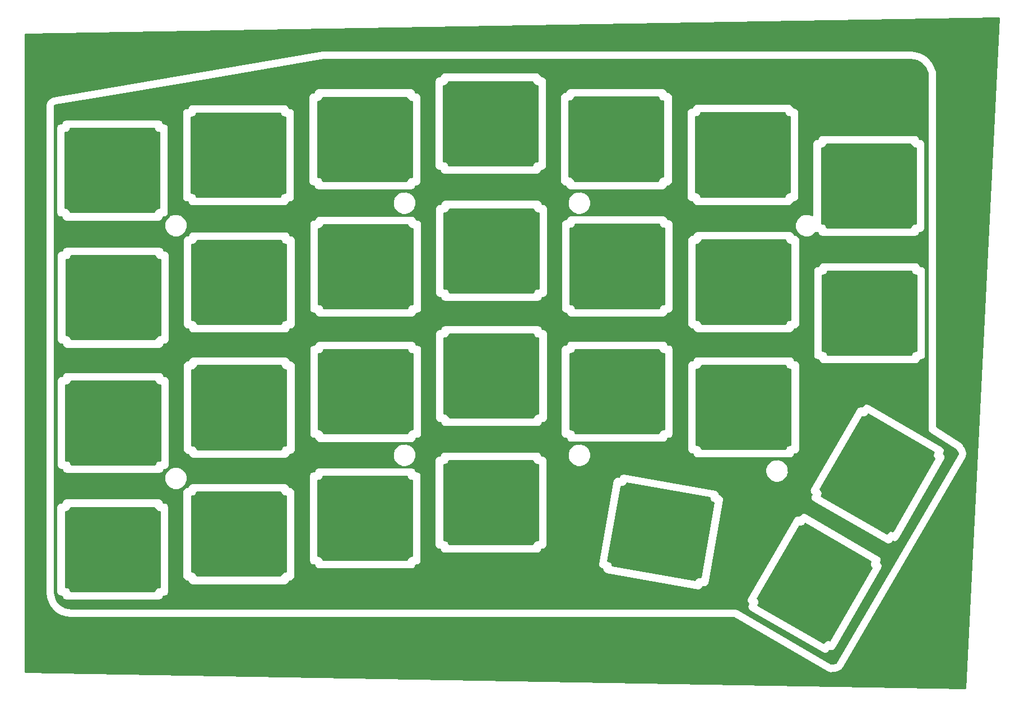
<source format=gbr>
G04 #@! TF.FileFunction,Copper,L2,Bot,Signal*
%FSLAX46Y46*%
G04 Gerber Fmt 4.6, Leading zero omitted, Abs format (unit mm)*
G04 Created by KiCad (PCBNEW 4.0.7) date 05/28/18 10:59:54*
%MOMM*%
%LPD*%
G01*
G04 APERTURE LIST*
%ADD10C,0.100000*%
%ADD11C,0.254000*%
G04 APERTURE END LIST*
D10*
D11*
G36*
X213239300Y-142110824D02*
X71247000Y-139575247D01*
X71247000Y-53981600D01*
X74320000Y-53981600D01*
X74320000Y-127632000D01*
X74325902Y-127661670D01*
X74322610Y-127691741D01*
X74369710Y-128229741D01*
X74394794Y-128315783D01*
X74408438Y-128404359D01*
X74777638Y-129418359D01*
X74839292Y-129519935D01*
X74896416Y-129624139D01*
X75588216Y-130449139D01*
X75681089Y-130523727D01*
X75770643Y-130602252D01*
X76702643Y-131140252D01*
X76815304Y-131178486D01*
X76926183Y-131221599D01*
X77992683Y-131409599D01*
X78052711Y-131408286D01*
X78111600Y-131420000D01*
X178270671Y-131420000D01*
X192385854Y-139653692D01*
X192449154Y-139675495D01*
X192506929Y-139709315D01*
X192532930Y-139718316D01*
X192600496Y-139727623D01*
X192638557Y-139740733D01*
X192674724Y-139738525D01*
X192775396Y-139755753D01*
X193445397Y-139737753D01*
X193561747Y-139711342D01*
X193679113Y-139689918D01*
X194303113Y-139442918D01*
X194402977Y-139378448D01*
X194505576Y-139318431D01*
X194629576Y-139208431D01*
X194694732Y-139122510D01*
X194766280Y-139041850D01*
X213350280Y-107269850D01*
X213353737Y-107259854D01*
X213356715Y-107256386D01*
X213389619Y-107156079D01*
X213437623Y-107017251D01*
X213437243Y-107010902D01*
X213440023Y-107002427D01*
X213480023Y-106672427D01*
X213470601Y-106548246D01*
X213464548Y-106423863D01*
X213354548Y-105983863D01*
X213306262Y-105881651D01*
X213264334Y-105776683D01*
X213004334Y-105376683D01*
X212970709Y-105342195D01*
X212946791Y-105300387D01*
X212606791Y-104909587D01*
X212527691Y-104848394D01*
X212455098Y-104779607D01*
X208890000Y-102533873D01*
X208890000Y-49002379D01*
X208894991Y-48976624D01*
X208841558Y-48714746D01*
X208421558Y-47714746D01*
X208356168Y-47617921D01*
X208313768Y-47540623D01*
X207621768Y-46715824D01*
X207528979Y-46641343D01*
X207439505Y-46562875D01*
X206507505Y-46024775D01*
X206394786Y-45986511D01*
X206283863Y-45943392D01*
X205216863Y-45755391D01*
X205156861Y-45756708D01*
X205098000Y-45745000D01*
X116211000Y-45745000D01*
X116154394Y-45756260D01*
X116096702Y-45754603D01*
X75512701Y-52622703D01*
X75353419Y-52683385D01*
X75295843Y-52702034D01*
X75277369Y-52712357D01*
X75262939Y-52717855D01*
X75256279Y-52724143D01*
X74955842Y-52892034D01*
X74911149Y-52930135D01*
X74845237Y-52966304D01*
X74696537Y-53091105D01*
X74622059Y-53183922D01*
X74543592Y-53273439D01*
X74446592Y-53441539D01*
X74408421Y-53554075D01*
X74365330Y-53664818D01*
X74330430Y-53862518D01*
X74331730Y-53922630D01*
X74320000Y-53981600D01*
X71247000Y-53981600D01*
X71247000Y-43304829D01*
X218306375Y-40769323D01*
X213239300Y-142110824D01*
X213239300Y-142110824D01*
G37*
X213239300Y-142110824D02*
X71247000Y-139575247D01*
X71247000Y-53981600D01*
X74320000Y-53981600D01*
X74320000Y-127632000D01*
X74325902Y-127661670D01*
X74322610Y-127691741D01*
X74369710Y-128229741D01*
X74394794Y-128315783D01*
X74408438Y-128404359D01*
X74777638Y-129418359D01*
X74839292Y-129519935D01*
X74896416Y-129624139D01*
X75588216Y-130449139D01*
X75681089Y-130523727D01*
X75770643Y-130602252D01*
X76702643Y-131140252D01*
X76815304Y-131178486D01*
X76926183Y-131221599D01*
X77992683Y-131409599D01*
X78052711Y-131408286D01*
X78111600Y-131420000D01*
X178270671Y-131420000D01*
X192385854Y-139653692D01*
X192449154Y-139675495D01*
X192506929Y-139709315D01*
X192532930Y-139718316D01*
X192600496Y-139727623D01*
X192638557Y-139740733D01*
X192674724Y-139738525D01*
X192775396Y-139755753D01*
X193445397Y-139737753D01*
X193561747Y-139711342D01*
X193679113Y-139689918D01*
X194303113Y-139442918D01*
X194402977Y-139378448D01*
X194505576Y-139318431D01*
X194629576Y-139208431D01*
X194694732Y-139122510D01*
X194766280Y-139041850D01*
X213350280Y-107269850D01*
X213353737Y-107259854D01*
X213356715Y-107256386D01*
X213389619Y-107156079D01*
X213437623Y-107017251D01*
X213437243Y-107010902D01*
X213440023Y-107002427D01*
X213480023Y-106672427D01*
X213470601Y-106548246D01*
X213464548Y-106423863D01*
X213354548Y-105983863D01*
X213306262Y-105881651D01*
X213264334Y-105776683D01*
X213004334Y-105376683D01*
X212970709Y-105342195D01*
X212946791Y-105300387D01*
X212606791Y-104909587D01*
X212527691Y-104848394D01*
X212455098Y-104779607D01*
X208890000Y-102533873D01*
X208890000Y-49002379D01*
X208894991Y-48976624D01*
X208841558Y-48714746D01*
X208421558Y-47714746D01*
X208356168Y-47617921D01*
X208313768Y-47540623D01*
X207621768Y-46715824D01*
X207528979Y-46641343D01*
X207439505Y-46562875D01*
X206507505Y-46024775D01*
X206394786Y-45986511D01*
X206283863Y-45943392D01*
X205216863Y-45755391D01*
X205156861Y-45756708D01*
X205098000Y-45745000D01*
X116211000Y-45745000D01*
X116154394Y-45756260D01*
X116096702Y-45754603D01*
X75512701Y-52622703D01*
X75353419Y-52683385D01*
X75295843Y-52702034D01*
X75277369Y-52712357D01*
X75262939Y-52717855D01*
X75256279Y-52724143D01*
X74955842Y-52892034D01*
X74911149Y-52930135D01*
X74845237Y-52966304D01*
X74696537Y-53091105D01*
X74622059Y-53183922D01*
X74543592Y-53273439D01*
X74446592Y-53441539D01*
X74408421Y-53554075D01*
X74365330Y-53664818D01*
X74330430Y-53862518D01*
X74331730Y-53922630D01*
X74320000Y-53981600D01*
X71247000Y-53981600D01*
X71247000Y-43304829D01*
X218306375Y-40769323D01*
X213239300Y-142110824D01*
G36*
X205927138Y-47271642D02*
X206649878Y-47688923D01*
X207200351Y-48345036D01*
X207520000Y-49106106D01*
X207520000Y-102870000D01*
X207524288Y-102891555D01*
X207524000Y-102893000D01*
X207524000Y-102894000D01*
X207528802Y-102918141D01*
X207525724Y-102942559D01*
X207530074Y-102958445D01*
X207529320Y-102982613D01*
X207531320Y-102994614D01*
X207533134Y-102999410D01*
X207533049Y-103004537D01*
X207535049Y-103015536D01*
X207561489Y-103082470D01*
X207576143Y-103156138D01*
X207586999Y-103172385D01*
X207588143Y-103178138D01*
X207591691Y-103183448D01*
X207596317Y-103200341D01*
X207602317Y-103212341D01*
X207618637Y-103233370D01*
X207627617Y-103258430D01*
X207633617Y-103268430D01*
X207672805Y-103311627D01*
X207680893Y-103329757D01*
X207704222Y-103351862D01*
X207736632Y-103400368D01*
X207738632Y-103402368D01*
X207745234Y-103406779D01*
X207747632Y-103410368D01*
X207755632Y-103418368D01*
X207762703Y-103423092D01*
X207767911Y-103429975D01*
X207776911Y-103437976D01*
X207799377Y-103451148D01*
X207813199Y-103466384D01*
X207836893Y-103477577D01*
X207874902Y-103513593D01*
X211639477Y-105884983D01*
X211881771Y-106163479D01*
X212053235Y-106427270D01*
X212104739Y-106633285D01*
X212096706Y-106699559D01*
X193656712Y-138225361D01*
X193287515Y-138371500D01*
X192923523Y-138381279D01*
X178818146Y-130153308D01*
X178750179Y-130129897D01*
X178710138Y-130103143D01*
X178689826Y-130099103D01*
X178670616Y-130088152D01*
X178664616Y-130086152D01*
X178657196Y-130085217D01*
X178656073Y-130084896D01*
X178649184Y-130081356D01*
X178642184Y-130079356D01*
X178599095Y-130075817D01*
X178561821Y-130062461D01*
X178553091Y-130062886D01*
X178538874Y-130057885D01*
X178531874Y-130056885D01*
X178489262Y-130059208D01*
X178448000Y-130051000D01*
X178442000Y-130051000D01*
X178441014Y-130051196D01*
X178435000Y-130050000D01*
X78171513Y-130050000D01*
X77282957Y-129893368D01*
X76560286Y-129476203D01*
X76023691Y-128836291D01*
X75726623Y-128020401D01*
X75690000Y-127602072D01*
X75690000Y-114688480D01*
X75945050Y-114688480D01*
X75945050Y-127489050D01*
X75997193Y-127751188D01*
X76145682Y-127973418D01*
X76367912Y-128121907D01*
X76630050Y-128174050D01*
X76761602Y-128174050D01*
X76796453Y-128349258D01*
X76944942Y-128571488D01*
X77167172Y-128719977D01*
X77429310Y-128772120D01*
X91428860Y-128772120D01*
X91690998Y-128719977D01*
X91758010Y-128675201D01*
X180208662Y-128675201D01*
X180217376Y-128808178D01*
X180225948Y-128941189D01*
X180226114Y-128941527D01*
X180226139Y-128941903D01*
X180285120Y-129061508D01*
X180343899Y-129181028D01*
X180344181Y-129181276D01*
X180344348Y-129181614D01*
X180444753Y-129269670D01*
X180479534Y-129300239D01*
X180413791Y-129413941D01*
X180413716Y-129414160D01*
X180413565Y-129414333D01*
X180370860Y-129540148D01*
X180327718Y-129666976D01*
X180327733Y-129667207D01*
X180327659Y-129667425D01*
X180336377Y-129800400D01*
X180345028Y-129933689D01*
X180345130Y-129933896D01*
X180345145Y-129934126D01*
X180403635Y-130052724D01*
X180463087Y-130173474D01*
X180463262Y-130173627D01*
X180463363Y-130173833D01*
X180563162Y-130261351D01*
X180663921Y-130349829D01*
X180664140Y-130349904D01*
X180664313Y-130350055D01*
X191749313Y-136749655D01*
X191874920Y-136792289D01*
X192000620Y-136835324D01*
X192001537Y-136835266D01*
X192002405Y-136835561D01*
X192134772Y-136826882D01*
X192267366Y-136818539D01*
X192268191Y-136818135D01*
X192269106Y-136818075D01*
X192388271Y-136759306D01*
X192507383Y-136700952D01*
X192507989Y-136700265D01*
X192508814Y-136699858D01*
X192596454Y-136599919D01*
X192684133Y-136500465D01*
X192750654Y-136385939D01*
X192796392Y-136401419D01*
X192922413Y-136444192D01*
X192922714Y-136444172D01*
X192923003Y-136444270D01*
X193055964Y-136435434D01*
X193189114Y-136426703D01*
X193189388Y-136426568D01*
X193189688Y-136426548D01*
X193308968Y-136367592D01*
X193428820Y-136308482D01*
X193429019Y-136308255D01*
X193429292Y-136308120D01*
X193517298Y-136207585D01*
X193605039Y-136107529D01*
X200605039Y-123982199D01*
X200605139Y-123981903D01*
X200605346Y-123981667D01*
X200648081Y-123855387D01*
X200690942Y-123729107D01*
X200690921Y-123728794D01*
X200691022Y-123728497D01*
X200682196Y-123595734D01*
X200673453Y-123462406D01*
X200673314Y-123462124D01*
X200673293Y-123461812D01*
X200614378Y-123342625D01*
X200555232Y-123222700D01*
X200554996Y-123222493D01*
X200554857Y-123222212D01*
X200454377Y-123134259D01*
X200420021Y-123104131D01*
X200485180Y-122991156D01*
X200528184Y-122864284D01*
X200570924Y-122738444D01*
X200570910Y-122738231D01*
X200570979Y-122738028D01*
X200562197Y-122604948D01*
X200553489Y-122471740D01*
X200553394Y-122471547D01*
X200553380Y-122471335D01*
X200494613Y-122352302D01*
X200435317Y-122232010D01*
X200435155Y-122231868D01*
X200435061Y-122231677D01*
X200334968Y-122143976D01*
X200234399Y-122055750D01*
X189149399Y-115653350D01*
X189148908Y-115653183D01*
X189148517Y-115652841D01*
X189022095Y-115610113D01*
X188896324Y-115567396D01*
X188895807Y-115567430D01*
X188895314Y-115567263D01*
X188762192Y-115576165D01*
X188629620Y-115584831D01*
X188629155Y-115585060D01*
X188628636Y-115585095D01*
X188509034Y-115644273D01*
X188389890Y-115703004D01*
X188389549Y-115703393D01*
X188389082Y-115703624D01*
X188301213Y-115804086D01*
X188213630Y-115903921D01*
X188213463Y-115904412D01*
X188213121Y-115904803D01*
X188147309Y-116019142D01*
X188103387Y-116004312D01*
X187977219Y-115961482D01*
X187976650Y-115961519D01*
X187976110Y-115961337D01*
X187843248Y-115970261D01*
X187710517Y-115978959D01*
X187710006Y-115979211D01*
X187709437Y-115979249D01*
X187590172Y-116038305D01*
X187470806Y-116097168D01*
X187470430Y-116097597D01*
X187469919Y-116097850D01*
X187382414Y-116197957D01*
X187294577Y-116298112D01*
X180294577Y-128422112D01*
X180251628Y-128548633D01*
X180208759Y-128674469D01*
X180208783Y-128674844D01*
X180208662Y-128675201D01*
X91758010Y-128675201D01*
X91913228Y-128571488D01*
X92061717Y-128349258D01*
X92096568Y-128174050D01*
X92229460Y-128174050D01*
X92491598Y-128121907D01*
X92713828Y-127973418D01*
X92862317Y-127751188D01*
X92914460Y-127489050D01*
X92914460Y-114688480D01*
X92862317Y-114426342D01*
X92713828Y-114204112D01*
X92491598Y-114055623D01*
X92229460Y-114003480D01*
X92096853Y-114003480D01*
X92061717Y-113826842D01*
X91913228Y-113604612D01*
X91690998Y-113456123D01*
X91428860Y-113403980D01*
X77429310Y-113403980D01*
X77167172Y-113456123D01*
X76944942Y-113604612D01*
X76796453Y-113826842D01*
X76761317Y-114003480D01*
X76630050Y-114003480D01*
X76367912Y-114055623D01*
X76145682Y-114204112D01*
X75997193Y-114426342D01*
X75945050Y-114688480D01*
X75690000Y-114688480D01*
X75690000Y-112379620D01*
X94984800Y-112379620D01*
X94984800Y-125180190D01*
X95036943Y-125442328D01*
X95185432Y-125664558D01*
X95407662Y-125813047D01*
X95669800Y-125865190D01*
X95801492Y-125865190D01*
X95836343Y-126040398D01*
X95984832Y-126262628D01*
X96207062Y-126411117D01*
X96469200Y-126463260D01*
X110468500Y-126463260D01*
X110730638Y-126411117D01*
X110952868Y-126262628D01*
X111101357Y-126040398D01*
X111136208Y-125865190D01*
X111269300Y-125865190D01*
X111531438Y-125813047D01*
X111753668Y-125664558D01*
X111902157Y-125442328D01*
X111954300Y-125180190D01*
X111954300Y-112379620D01*
X111902157Y-112117482D01*
X111753668Y-111895252D01*
X111531438Y-111746763D01*
X111269300Y-111694620D01*
X111136493Y-111694620D01*
X111101357Y-111517982D01*
X110952868Y-111295752D01*
X110730638Y-111147263D01*
X110468500Y-111095120D01*
X96469200Y-111095120D01*
X96207062Y-111147263D01*
X95984832Y-111295752D01*
X95836343Y-111517982D01*
X95801207Y-111694620D01*
X95669800Y-111694620D01*
X95407662Y-111746763D01*
X95185432Y-111895252D01*
X95036943Y-112117482D01*
X94984800Y-112379620D01*
X75690000Y-112379620D01*
X75690000Y-110061593D01*
X92214677Y-110061593D01*
X92224975Y-110377507D01*
X92224699Y-110693599D01*
X92236184Y-110721395D01*
X92237164Y-110751453D01*
X92457901Y-111284359D01*
X92470954Y-111289581D01*
X92488281Y-111331515D01*
X92975918Y-111820004D01*
X93020149Y-111838370D01*
X93025641Y-111852099D01*
X93321448Y-111963481D01*
X93613373Y-112084699D01*
X93643448Y-112084725D01*
X93671593Y-112095323D01*
X93987507Y-112085025D01*
X94303599Y-112085301D01*
X94331395Y-112073816D01*
X94361453Y-112072836D01*
X94894359Y-111852099D01*
X94899581Y-111839046D01*
X94941515Y-111821719D01*
X95430004Y-111334082D01*
X95448370Y-111289851D01*
X95462099Y-111284359D01*
X95573481Y-110988552D01*
X95694699Y-110696627D01*
X95694725Y-110666552D01*
X95705323Y-110638407D01*
X95695025Y-110322493D01*
X95695301Y-110006401D01*
X95687260Y-109986940D01*
X114083060Y-109986940D01*
X114083060Y-122787510D01*
X114135203Y-123049648D01*
X114283692Y-123271878D01*
X114505922Y-123420367D01*
X114768060Y-123472510D01*
X114899752Y-123472510D01*
X114934603Y-123647718D01*
X115083092Y-123869948D01*
X115305322Y-124018437D01*
X115567460Y-124070580D01*
X129566760Y-124070580D01*
X129828898Y-124018437D01*
X130051128Y-123869948D01*
X130199617Y-123647718D01*
X130234468Y-123472510D01*
X130367560Y-123472510D01*
X130629698Y-123420367D01*
X130851928Y-123271878D01*
X130857996Y-123262796D01*
X157789086Y-123262796D01*
X157791985Y-123395622D01*
X157794880Y-123529831D01*
X157794917Y-123529915D01*
X157794919Y-123530006D01*
X157848449Y-123651660D01*
X157902461Y-123774497D01*
X157902527Y-123774560D01*
X157902564Y-123774644D01*
X157998825Y-123866792D01*
X158095483Y-123959369D01*
X158095568Y-123959402D01*
X158095634Y-123959465D01*
X158219109Y-124007481D01*
X158344559Y-124056303D01*
X158475604Y-124079444D01*
X158476710Y-124127130D01*
X158479617Y-124260350D01*
X158479812Y-124260793D01*
X158479823Y-124261274D01*
X158533489Y-124382784D01*
X158587260Y-124504989D01*
X158587609Y-124505324D01*
X158587804Y-124505764D01*
X158683967Y-124597565D01*
X158780329Y-124689812D01*
X158780779Y-124689987D01*
X158781128Y-124690320D01*
X158905381Y-124738443D01*
X159029430Y-124786683D01*
X172814821Y-127217443D01*
X172814823Y-127217444D01*
X172814825Y-127217444D01*
X172815330Y-127217533D01*
X172948454Y-127214628D01*
X173082037Y-127211814D01*
X173082277Y-127211709D01*
X173082540Y-127211703D01*
X173204958Y-127157838D01*
X173326757Y-127104355D01*
X173326938Y-127104166D01*
X173327179Y-127104060D01*
X173419619Y-127007496D01*
X173511725Y-126911425D01*
X173511820Y-126911181D01*
X173512002Y-126910991D01*
X173560268Y-126786876D01*
X173577578Y-126742463D01*
X173708066Y-126765504D01*
X173708150Y-126765502D01*
X173708232Y-126765534D01*
X173842119Y-126762612D01*
X173975277Y-126759739D01*
X173975357Y-126759704D01*
X173975442Y-126759702D01*
X174097205Y-126706125D01*
X174219942Y-126652155D01*
X174220001Y-126652093D01*
X174220081Y-126652058D01*
X174311634Y-126556420D01*
X174404813Y-126459132D01*
X174404845Y-126459049D01*
X174404903Y-126458989D01*
X174453163Y-126334890D01*
X174501744Y-126210054D01*
X174501742Y-126209970D01*
X174501774Y-126209888D01*
X176724574Y-113603628D01*
X176724563Y-113603128D01*
X176724743Y-113602663D01*
X176721645Y-113469446D01*
X176718742Y-113336417D01*
X176718542Y-113335962D01*
X176718530Y-113335462D01*
X176664649Y-113213482D01*
X176611098Y-113091779D01*
X176610738Y-113091434D01*
X176610536Y-113090977D01*
X176514183Y-112999003D01*
X176418029Y-112906956D01*
X176417563Y-112906775D01*
X176417203Y-112906431D01*
X176293337Y-112858466D01*
X176168928Y-112810086D01*
X176168428Y-112810097D01*
X176167963Y-112809917D01*
X176039370Y-112787432D01*
X176038382Y-112742139D01*
X176035577Y-112608028D01*
X176035447Y-112607732D01*
X176035440Y-112607411D01*
X175981894Y-112485722D01*
X175928157Y-112363292D01*
X175927924Y-112363069D01*
X175927794Y-112362773D01*
X175831342Y-112270443D01*
X175736351Y-112179343D01*
X189733578Y-112179343D01*
X189742385Y-112311814D01*
X189751148Y-112445438D01*
X189751286Y-112445719D01*
X189751307Y-112446028D01*
X189810343Y-112565460D01*
X189869370Y-112685143D01*
X189869603Y-112685348D01*
X189869742Y-112685628D01*
X189970268Y-112773621D01*
X190004472Y-112803615D01*
X189938491Y-112917961D01*
X189896109Y-113042915D01*
X189852667Y-113170860D01*
X189852674Y-113170970D01*
X189852640Y-113171071D01*
X189861330Y-113303182D01*
X189870128Y-113437563D01*
X189870176Y-113437660D01*
X189870183Y-113437768D01*
X189929260Y-113557492D01*
X189988323Y-113677282D01*
X189988404Y-113677353D01*
X189988452Y-113677450D01*
X190088459Y-113765112D01*
X190189257Y-113853523D01*
X201274257Y-120254523D01*
X201274291Y-120254535D01*
X201274318Y-120254558D01*
X201400251Y-120297302D01*
X201527341Y-120340453D01*
X201527377Y-120340451D01*
X201527410Y-120340462D01*
X201660610Y-120331728D01*
X201794043Y-120322992D01*
X201794075Y-120322976D01*
X201794111Y-120322974D01*
X201912613Y-120264530D01*
X202033762Y-120204797D01*
X202033787Y-120204769D01*
X202033817Y-120204754D01*
X202118926Y-120107701D01*
X202210003Y-120003863D01*
X202210015Y-120003829D01*
X202210038Y-120003802D01*
X202276657Y-119888406D01*
X202320706Y-119903356D01*
X202446551Y-119946248D01*
X202446993Y-119946220D01*
X202447415Y-119946363D01*
X202580257Y-119937651D01*
X202713274Y-119929098D01*
X202713675Y-119928901D01*
X202714116Y-119928872D01*
X202833378Y-119870053D01*
X202953130Y-119811181D01*
X202953423Y-119810848D01*
X202953822Y-119810651D01*
X203041594Y-119710558D01*
X203129604Y-119610453D01*
X203129748Y-119610031D01*
X203130040Y-119609698D01*
X210130040Y-107484298D01*
X210172606Y-107358886D01*
X210215842Y-107231971D01*
X210215816Y-107231575D01*
X210215942Y-107231205D01*
X210207271Y-107098985D01*
X210198652Y-106965251D01*
X210198478Y-106964897D01*
X210198452Y-106964505D01*
X210139809Y-106845600D01*
X210080702Y-106725412D01*
X210080404Y-106725150D01*
X210080231Y-106724799D01*
X209980245Y-106637120D01*
X209944512Y-106605714D01*
X210010180Y-106491856D01*
X210052861Y-106365938D01*
X210095942Y-106239015D01*
X210095932Y-106238866D01*
X210095979Y-106238728D01*
X210087244Y-106106357D01*
X210078455Y-105972315D01*
X210078390Y-105972183D01*
X210078380Y-105972035D01*
X210019446Y-105852663D01*
X209960238Y-105732607D01*
X209960126Y-105732509D01*
X209960061Y-105732377D01*
X209860353Y-105645014D01*
X209759287Y-105556385D01*
X198674287Y-99156785D01*
X198674146Y-99156737D01*
X198674035Y-99156640D01*
X198547779Y-99113845D01*
X198421195Y-99070879D01*
X198421048Y-99070889D01*
X198420907Y-99070841D01*
X198287278Y-99079659D01*
X198154494Y-99088365D01*
X198154362Y-99088430D01*
X198154214Y-99088440D01*
X198034372Y-99147606D01*
X197914787Y-99206583D01*
X197914690Y-99206694D01*
X197914556Y-99206760D01*
X197826609Y-99307134D01*
X197738565Y-99407533D01*
X197738517Y-99407674D01*
X197738420Y-99407785D01*
X197672918Y-99521355D01*
X197628471Y-99506340D01*
X197502183Y-99463477D01*
X197501681Y-99463510D01*
X197501208Y-99463350D01*
X197368502Y-99472244D01*
X197235482Y-99480968D01*
X197235033Y-99481189D01*
X197234533Y-99481223D01*
X197115118Y-99540331D01*
X196995777Y-99599190D01*
X196995447Y-99599566D01*
X196994997Y-99599789D01*
X196907272Y-99700118D01*
X196819559Y-99800144D01*
X189819559Y-111925644D01*
X189819459Y-111925939D01*
X189819254Y-111926173D01*
X189776625Y-112052141D01*
X189733657Y-112178737D01*
X189733677Y-112179049D01*
X189733578Y-112179343D01*
X175736351Y-112179343D01*
X175735256Y-112178293D01*
X175734956Y-112178176D01*
X175734723Y-112177953D01*
X175610530Y-112129658D01*
X175486244Y-112081195D01*
X175485921Y-112081202D01*
X175485621Y-112081085D01*
X161698321Y-109650185D01*
X161565294Y-109653090D01*
X161431728Y-109655883D01*
X161431432Y-109656013D01*
X161431111Y-109656020D01*
X161309422Y-109709566D01*
X161186992Y-109763303D01*
X161186769Y-109763536D01*
X161186473Y-109763666D01*
X161094143Y-109860118D01*
X161001993Y-109956204D01*
X161001876Y-109956504D01*
X161001653Y-109956737D01*
X160953358Y-110080930D01*
X160936056Y-110125303D01*
X160805282Y-110102214D01*
X160805201Y-110102216D01*
X160805124Y-110102186D01*
X160671985Y-110105092D01*
X160538070Y-110107984D01*
X160537994Y-110108017D01*
X160537914Y-110108019D01*
X160417025Y-110161212D01*
X160293407Y-110215572D01*
X160293350Y-110215631D01*
X160293276Y-110215664D01*
X160202308Y-110310692D01*
X160108541Y-110408599D01*
X160108511Y-110408677D01*
X160108455Y-110408735D01*
X160060317Y-110532523D01*
X160011614Y-110657678D01*
X160011616Y-110657759D01*
X160011586Y-110657836D01*
X157789086Y-123262796D01*
X130857996Y-123262796D01*
X131000417Y-123049648D01*
X131052560Y-122787510D01*
X131052560Y-109986940D01*
X131000417Y-109724802D01*
X130851928Y-109502572D01*
X130629698Y-109354083D01*
X130367560Y-109301940D01*
X130234753Y-109301940D01*
X130199617Y-109125302D01*
X130051128Y-108903072D01*
X129828898Y-108754583D01*
X129566760Y-108702440D01*
X115567460Y-108702440D01*
X115305322Y-108754583D01*
X115083092Y-108903072D01*
X114934603Y-109125302D01*
X114899467Y-109301940D01*
X114768060Y-109301940D01*
X114505922Y-109354083D01*
X114283692Y-109502572D01*
X114135203Y-109724802D01*
X114083060Y-109986940D01*
X95687260Y-109986940D01*
X95683816Y-109978605D01*
X95682836Y-109948547D01*
X95462099Y-109415641D01*
X95449046Y-109410419D01*
X95431719Y-109368485D01*
X94944082Y-108879996D01*
X94899851Y-108861630D01*
X94894359Y-108847901D01*
X94598552Y-108736519D01*
X94306627Y-108615301D01*
X94276552Y-108615275D01*
X94248407Y-108604677D01*
X93932493Y-108614975D01*
X93616401Y-108614699D01*
X93588605Y-108626184D01*
X93558547Y-108627164D01*
X93025641Y-108847901D01*
X93020419Y-108860954D01*
X92978485Y-108878281D01*
X92489996Y-109365918D01*
X92471630Y-109410149D01*
X92457901Y-109415641D01*
X92346519Y-109711448D01*
X92225301Y-110003373D01*
X92225275Y-110033448D01*
X92214677Y-110061593D01*
X75690000Y-110061593D01*
X75690000Y-95562280D01*
X76011090Y-95562280D01*
X76011090Y-108362850D01*
X76063233Y-108624988D01*
X76211722Y-108847218D01*
X76433952Y-108995707D01*
X76696090Y-109047850D01*
X76827642Y-109047850D01*
X76862493Y-109223058D01*
X77010982Y-109445288D01*
X77233212Y-109593777D01*
X77495350Y-109645920D01*
X91494900Y-109645920D01*
X91757038Y-109593777D01*
X91979268Y-109445288D01*
X92127757Y-109223058D01*
X92162608Y-109047850D01*
X92295500Y-109047850D01*
X92557638Y-108995707D01*
X92779868Y-108847218D01*
X92928357Y-108624988D01*
X92980500Y-108362850D01*
X92980500Y-95562280D01*
X92928357Y-95300142D01*
X92779868Y-95077912D01*
X92557638Y-94929423D01*
X92295500Y-94877280D01*
X92162893Y-94877280D01*
X92127757Y-94700642D01*
X91979268Y-94478412D01*
X91757038Y-94329923D01*
X91494900Y-94277780D01*
X77495350Y-94277780D01*
X77233212Y-94329923D01*
X77010982Y-94478412D01*
X76862493Y-94700642D01*
X76827357Y-94877280D01*
X76696090Y-94877280D01*
X76433952Y-94929423D01*
X76211722Y-95077912D01*
X76063233Y-95300142D01*
X76011090Y-95562280D01*
X75690000Y-95562280D01*
X75690000Y-93253420D01*
X95050840Y-93253420D01*
X95050840Y-106053990D01*
X95102983Y-106316128D01*
X95251472Y-106538358D01*
X95473702Y-106686847D01*
X95735840Y-106738990D01*
X95867532Y-106738990D01*
X95902383Y-106914198D01*
X96050872Y-107136428D01*
X96273102Y-107284917D01*
X96535240Y-107337060D01*
X110534540Y-107337060D01*
X110796678Y-107284917D01*
X111018908Y-107136428D01*
X111167397Y-106914198D01*
X111202248Y-106738990D01*
X111335340Y-106738990D01*
X111597478Y-106686847D01*
X111784934Y-106561593D01*
X126754677Y-106561593D01*
X126764975Y-106877507D01*
X126764699Y-107193599D01*
X126776184Y-107221395D01*
X126777164Y-107251453D01*
X126997901Y-107784359D01*
X127010954Y-107789581D01*
X127028281Y-107831515D01*
X127515918Y-108320004D01*
X127560149Y-108338370D01*
X127565641Y-108352099D01*
X127861448Y-108463481D01*
X128153373Y-108584699D01*
X128183448Y-108584725D01*
X128211593Y-108595323D01*
X128527507Y-108585025D01*
X128843599Y-108585301D01*
X128871395Y-108573816D01*
X128901453Y-108572836D01*
X129434359Y-108352099D01*
X129439581Y-108339046D01*
X129481515Y-108321719D01*
X129970004Y-107834082D01*
X129988370Y-107789851D01*
X130002099Y-107784359D01*
X130067939Y-107609500D01*
X133087340Y-107609500D01*
X133087340Y-120410070D01*
X133139483Y-120672208D01*
X133287972Y-120894438D01*
X133510202Y-121042927D01*
X133772340Y-121095070D01*
X133904032Y-121095070D01*
X133938883Y-121270278D01*
X134087372Y-121492508D01*
X134309602Y-121640997D01*
X134571740Y-121693140D01*
X148571040Y-121693140D01*
X148833178Y-121640997D01*
X149055408Y-121492508D01*
X149203897Y-121270278D01*
X149238748Y-121095070D01*
X149371840Y-121095070D01*
X149633978Y-121042927D01*
X149856208Y-120894438D01*
X150004697Y-120672208D01*
X150056840Y-120410070D01*
X150056840Y-108931593D01*
X183034677Y-108931593D01*
X183044975Y-109247507D01*
X183044699Y-109563599D01*
X183056184Y-109591395D01*
X183057164Y-109621453D01*
X183277901Y-110154359D01*
X183290954Y-110159581D01*
X183308281Y-110201515D01*
X183795918Y-110690004D01*
X183840149Y-110708370D01*
X183845641Y-110722099D01*
X184141448Y-110833481D01*
X184433373Y-110954699D01*
X184463448Y-110954725D01*
X184491593Y-110965323D01*
X184807507Y-110955025D01*
X185123599Y-110955301D01*
X185151395Y-110943816D01*
X185181453Y-110942836D01*
X185714359Y-110722099D01*
X185719581Y-110709046D01*
X185761515Y-110691719D01*
X186250004Y-110204082D01*
X186268370Y-110159851D01*
X186282099Y-110154359D01*
X186393481Y-109858552D01*
X186514699Y-109566627D01*
X186514725Y-109536552D01*
X186525323Y-109508407D01*
X186515025Y-109192493D01*
X186515301Y-108876401D01*
X186503816Y-108848605D01*
X186502836Y-108818547D01*
X186282099Y-108285641D01*
X186269046Y-108280419D01*
X186251719Y-108238485D01*
X185764082Y-107749996D01*
X185719851Y-107731630D01*
X185714359Y-107717901D01*
X185418552Y-107606519D01*
X185126627Y-107485301D01*
X185096552Y-107485275D01*
X185068407Y-107474677D01*
X184752493Y-107484975D01*
X184436401Y-107484699D01*
X184408605Y-107496184D01*
X184378547Y-107497164D01*
X183845641Y-107717901D01*
X183840419Y-107730954D01*
X183798485Y-107748281D01*
X183309996Y-108235918D01*
X183291630Y-108280149D01*
X183277901Y-108285641D01*
X183166519Y-108581448D01*
X183045301Y-108873373D01*
X183045275Y-108903448D01*
X183034677Y-108931593D01*
X150056840Y-108931593D01*
X150056840Y-107609500D01*
X150004697Y-107347362D01*
X149856208Y-107125132D01*
X149633978Y-106976643D01*
X149371840Y-106924500D01*
X149239033Y-106924500D01*
X149203897Y-106747862D01*
X149079437Y-106561593D01*
X153164677Y-106561593D01*
X153174975Y-106877507D01*
X153174699Y-107193599D01*
X153186184Y-107221395D01*
X153187164Y-107251453D01*
X153407901Y-107784359D01*
X153420954Y-107789581D01*
X153438281Y-107831515D01*
X153925918Y-108320004D01*
X153970149Y-108338370D01*
X153975641Y-108352099D01*
X154271448Y-108463481D01*
X154563373Y-108584699D01*
X154593448Y-108584725D01*
X154621593Y-108595323D01*
X154937507Y-108585025D01*
X155253599Y-108585301D01*
X155281395Y-108573816D01*
X155311453Y-108572836D01*
X155844359Y-108352099D01*
X155849581Y-108339046D01*
X155891515Y-108321719D01*
X156380004Y-107834082D01*
X156398370Y-107789851D01*
X156412099Y-107784359D01*
X156523481Y-107488552D01*
X156644699Y-107196627D01*
X156644725Y-107166552D01*
X156655323Y-107138407D01*
X156645025Y-106822493D01*
X156645301Y-106506401D01*
X156633816Y-106478605D01*
X156632836Y-106448547D01*
X156412099Y-105915641D01*
X156399046Y-105910419D01*
X156381719Y-105868485D01*
X155894082Y-105379996D01*
X155849851Y-105361630D01*
X155844359Y-105347901D01*
X155548552Y-105236519D01*
X155256627Y-105115301D01*
X155226552Y-105115275D01*
X155198407Y-105104677D01*
X154882493Y-105114975D01*
X154566401Y-105114699D01*
X154538605Y-105126184D01*
X154508547Y-105127164D01*
X153975641Y-105347901D01*
X153970419Y-105360954D01*
X153928485Y-105378281D01*
X153439996Y-105865918D01*
X153421630Y-105910149D01*
X153407901Y-105915641D01*
X153296519Y-106211448D01*
X153175301Y-106503373D01*
X153175275Y-106533448D01*
X153164677Y-106561593D01*
X149079437Y-106561593D01*
X149055408Y-106525632D01*
X148833178Y-106377143D01*
X148571040Y-106325000D01*
X134571740Y-106325000D01*
X134309602Y-106377143D01*
X134087372Y-106525632D01*
X133938883Y-106747862D01*
X133903747Y-106924500D01*
X133772340Y-106924500D01*
X133510202Y-106976643D01*
X133287972Y-107125132D01*
X133139483Y-107347362D01*
X133087340Y-107609500D01*
X130067939Y-107609500D01*
X130113481Y-107488552D01*
X130234699Y-107196627D01*
X130234725Y-107166552D01*
X130245323Y-107138407D01*
X130235025Y-106822493D01*
X130235301Y-106506401D01*
X130223816Y-106478605D01*
X130222836Y-106448547D01*
X130002099Y-105915641D01*
X129989046Y-105910419D01*
X129971719Y-105868485D01*
X129484082Y-105379996D01*
X129439851Y-105361630D01*
X129434359Y-105347901D01*
X129138552Y-105236519D01*
X128846627Y-105115301D01*
X128816552Y-105115275D01*
X128788407Y-105104677D01*
X128472493Y-105114975D01*
X128156401Y-105114699D01*
X128128605Y-105126184D01*
X128098547Y-105127164D01*
X127565641Y-105347901D01*
X127560419Y-105360954D01*
X127518485Y-105378281D01*
X127029996Y-105865918D01*
X127011630Y-105910149D01*
X126997901Y-105915641D01*
X126886519Y-106211448D01*
X126765301Y-106503373D01*
X126765275Y-106533448D01*
X126754677Y-106561593D01*
X111784934Y-106561593D01*
X111819708Y-106538358D01*
X111968197Y-106316128D01*
X112020340Y-106053990D01*
X112020340Y-93253420D01*
X111968197Y-92991282D01*
X111819708Y-92769052D01*
X111597478Y-92620563D01*
X111335340Y-92568420D01*
X111202533Y-92568420D01*
X111167397Y-92391782D01*
X111018908Y-92169552D01*
X110796678Y-92021063D01*
X110534540Y-91968920D01*
X96535240Y-91968920D01*
X96273102Y-92021063D01*
X96050872Y-92169552D01*
X95902383Y-92391782D01*
X95867247Y-92568420D01*
X95735840Y-92568420D01*
X95473702Y-92620563D01*
X95251472Y-92769052D01*
X95102983Y-92991282D01*
X95050840Y-93253420D01*
X75690000Y-93253420D01*
X75690000Y-90860740D01*
X114149100Y-90860740D01*
X114149100Y-103661310D01*
X114201243Y-103923448D01*
X114349732Y-104145678D01*
X114571962Y-104294167D01*
X114834100Y-104346310D01*
X114965792Y-104346310D01*
X115000643Y-104521518D01*
X115149132Y-104743748D01*
X115371362Y-104892237D01*
X115633500Y-104944380D01*
X129632800Y-104944380D01*
X129894938Y-104892237D01*
X130117168Y-104743748D01*
X130265657Y-104521518D01*
X130300508Y-104346310D01*
X130433600Y-104346310D01*
X130695738Y-104294167D01*
X130917968Y-104145678D01*
X131066457Y-103923448D01*
X131118600Y-103661310D01*
X131118600Y-90860740D01*
X131066457Y-90598602D01*
X130917968Y-90376372D01*
X130695738Y-90227883D01*
X130433600Y-90175740D01*
X130300793Y-90175740D01*
X130265657Y-89999102D01*
X130117168Y-89776872D01*
X129894938Y-89628383D01*
X129632800Y-89576240D01*
X115633500Y-89576240D01*
X115371362Y-89628383D01*
X115149132Y-89776872D01*
X115000643Y-89999102D01*
X114965507Y-90175740D01*
X114834100Y-90175740D01*
X114571962Y-90227883D01*
X114349732Y-90376372D01*
X114201243Y-90598602D01*
X114149100Y-90860740D01*
X75690000Y-90860740D01*
X75690000Y-76639280D01*
X76018710Y-76639280D01*
X76018710Y-89439850D01*
X76070853Y-89701988D01*
X76219342Y-89924218D01*
X76441572Y-90072707D01*
X76703710Y-90124850D01*
X76835262Y-90124850D01*
X76870113Y-90300058D01*
X77018602Y-90522288D01*
X77240832Y-90670777D01*
X77502970Y-90722920D01*
X91502520Y-90722920D01*
X91764658Y-90670777D01*
X91986888Y-90522288D01*
X92135377Y-90300058D01*
X92170228Y-90124850D01*
X92303120Y-90124850D01*
X92565258Y-90072707D01*
X92787488Y-89924218D01*
X92935977Y-89701988D01*
X92988120Y-89439850D01*
X92988120Y-88483300D01*
X133153380Y-88483300D01*
X133153380Y-101283870D01*
X133205523Y-101546008D01*
X133354012Y-101768238D01*
X133576242Y-101916727D01*
X133838380Y-101968870D01*
X133970072Y-101968870D01*
X134004923Y-102144078D01*
X134153412Y-102366308D01*
X134375642Y-102514797D01*
X134637780Y-102566940D01*
X148637080Y-102566940D01*
X148899218Y-102514797D01*
X149121448Y-102366308D01*
X149269937Y-102144078D01*
X149304788Y-101968870D01*
X149437880Y-101968870D01*
X149700018Y-101916727D01*
X149922248Y-101768238D01*
X150070737Y-101546008D01*
X150122880Y-101283870D01*
X150122880Y-90837880D01*
X152144960Y-90837880D01*
X152144960Y-103638450D01*
X152197103Y-103900588D01*
X152345592Y-104122818D01*
X152567822Y-104271307D01*
X152829960Y-104323450D01*
X152961652Y-104323450D01*
X152996503Y-104498658D01*
X153144992Y-104720888D01*
X153367222Y-104869377D01*
X153629360Y-104921520D01*
X167628660Y-104921520D01*
X167890798Y-104869377D01*
X168113028Y-104720888D01*
X168261517Y-104498658D01*
X168296368Y-104323450D01*
X168429460Y-104323450D01*
X168691598Y-104271307D01*
X168913828Y-104122818D01*
X169062317Y-103900588D01*
X169114460Y-103638450D01*
X169114460Y-93210240D01*
X171250840Y-93210240D01*
X171250840Y-106010810D01*
X171302983Y-106272948D01*
X171451472Y-106495178D01*
X171673702Y-106643667D01*
X171935840Y-106695810D01*
X172067532Y-106695810D01*
X172102383Y-106871018D01*
X172250872Y-107093248D01*
X172473102Y-107241737D01*
X172735240Y-107293880D01*
X186734540Y-107293880D01*
X186996678Y-107241737D01*
X187218908Y-107093248D01*
X187367397Y-106871018D01*
X187402248Y-106695810D01*
X187535340Y-106695810D01*
X187797478Y-106643667D01*
X188019708Y-106495178D01*
X188168197Y-106272948D01*
X188220340Y-106010810D01*
X188220340Y-93210240D01*
X188168197Y-92948102D01*
X188019708Y-92725872D01*
X187797478Y-92577383D01*
X187535340Y-92525240D01*
X187402533Y-92525240D01*
X187367397Y-92348602D01*
X187218908Y-92126372D01*
X186996678Y-91977883D01*
X186734540Y-91925740D01*
X172735240Y-91925740D01*
X172473102Y-91977883D01*
X172250872Y-92126372D01*
X172102383Y-92348602D01*
X172067247Y-92525240D01*
X171935840Y-92525240D01*
X171673702Y-92577383D01*
X171451472Y-92725872D01*
X171302983Y-92948102D01*
X171250840Y-93210240D01*
X169114460Y-93210240D01*
X169114460Y-90837880D01*
X169062317Y-90575742D01*
X168913828Y-90353512D01*
X168691598Y-90205023D01*
X168429460Y-90152880D01*
X168296653Y-90152880D01*
X168261517Y-89976242D01*
X168113028Y-89754012D01*
X167890798Y-89605523D01*
X167628660Y-89553380D01*
X153629360Y-89553380D01*
X153367222Y-89605523D01*
X153144992Y-89754012D01*
X152996503Y-89976242D01*
X152961367Y-90152880D01*
X152829960Y-90152880D01*
X152567822Y-90205023D01*
X152345592Y-90353512D01*
X152197103Y-90575742D01*
X152144960Y-90837880D01*
X150122880Y-90837880D01*
X150122880Y-88483300D01*
X150070737Y-88221162D01*
X149922248Y-87998932D01*
X149700018Y-87850443D01*
X149437880Y-87798300D01*
X149305073Y-87798300D01*
X149269937Y-87621662D01*
X149121448Y-87399432D01*
X148899218Y-87250943D01*
X148637080Y-87198800D01*
X134637780Y-87198800D01*
X134375642Y-87250943D01*
X134153412Y-87399432D01*
X134004923Y-87621662D01*
X133969787Y-87798300D01*
X133838380Y-87798300D01*
X133576242Y-87850443D01*
X133354012Y-87998932D01*
X133205523Y-88221162D01*
X133153380Y-88483300D01*
X92988120Y-88483300D01*
X92988120Y-76639280D01*
X92935977Y-76377142D01*
X92787488Y-76154912D01*
X92565258Y-76006423D01*
X92303120Y-75954280D01*
X92170513Y-75954280D01*
X92135377Y-75777642D01*
X91986888Y-75555412D01*
X91764658Y-75406923D01*
X91502520Y-75354780D01*
X77502970Y-75354780D01*
X77240832Y-75406923D01*
X77018602Y-75555412D01*
X76870113Y-75777642D01*
X76834977Y-75954280D01*
X76703710Y-75954280D01*
X76441572Y-76006423D01*
X76219342Y-76154912D01*
X76070853Y-76377142D01*
X76018710Y-76639280D01*
X75690000Y-76639280D01*
X75690000Y-74330420D01*
X95058460Y-74330420D01*
X95058460Y-87130990D01*
X95110603Y-87393128D01*
X95259092Y-87615358D01*
X95481322Y-87763847D01*
X95743460Y-87815990D01*
X95875152Y-87815990D01*
X95910003Y-87991198D01*
X96058492Y-88213428D01*
X96280722Y-88361917D01*
X96542860Y-88414060D01*
X110542160Y-88414060D01*
X110804298Y-88361917D01*
X111026528Y-88213428D01*
X111175017Y-87991198D01*
X111209868Y-87815990D01*
X111342960Y-87815990D01*
X111605098Y-87763847D01*
X111827328Y-87615358D01*
X111975817Y-87393128D01*
X112027960Y-87130990D01*
X112027960Y-74330420D01*
X111975817Y-74068282D01*
X111827328Y-73846052D01*
X111605098Y-73697563D01*
X111342960Y-73645420D01*
X111210153Y-73645420D01*
X111175017Y-73468782D01*
X111026528Y-73246552D01*
X110804298Y-73098063D01*
X110542160Y-73045920D01*
X96542860Y-73045920D01*
X96280722Y-73098063D01*
X96058492Y-73246552D01*
X95910003Y-73468782D01*
X95874867Y-73645420D01*
X95743460Y-73645420D01*
X95481322Y-73697563D01*
X95259092Y-73846052D01*
X95110603Y-74068282D01*
X95058460Y-74330420D01*
X75690000Y-74330420D01*
X75690000Y-71861593D01*
X92214677Y-71861593D01*
X92224975Y-72177507D01*
X92224699Y-72493599D01*
X92236184Y-72521395D01*
X92237164Y-72551453D01*
X92457901Y-73084359D01*
X92470954Y-73089581D01*
X92488281Y-73131515D01*
X92975918Y-73620004D01*
X93020149Y-73638370D01*
X93025641Y-73652099D01*
X93321448Y-73763481D01*
X93613373Y-73884699D01*
X93643448Y-73884725D01*
X93671593Y-73895323D01*
X93987507Y-73885025D01*
X94303599Y-73885301D01*
X94331395Y-73873816D01*
X94361453Y-73872836D01*
X94894359Y-73652099D01*
X94899581Y-73639046D01*
X94941515Y-73621719D01*
X95430004Y-73134082D01*
X95448370Y-73089851D01*
X95462099Y-73084359D01*
X95573481Y-72788552D01*
X95694699Y-72496627D01*
X95694725Y-72466552D01*
X95705323Y-72438407D01*
X95695025Y-72122493D01*
X95695186Y-71937740D01*
X114156720Y-71937740D01*
X114156720Y-84738310D01*
X114208863Y-85000448D01*
X114357352Y-85222678D01*
X114579582Y-85371167D01*
X114841720Y-85423310D01*
X114973412Y-85423310D01*
X115008263Y-85598518D01*
X115156752Y-85820748D01*
X115378982Y-85969237D01*
X115641120Y-86021380D01*
X129640420Y-86021380D01*
X129902558Y-85969237D01*
X130124788Y-85820748D01*
X130273277Y-85598518D01*
X130308128Y-85423310D01*
X130441220Y-85423310D01*
X130703358Y-85371167D01*
X130925588Y-85222678D01*
X131074077Y-85000448D01*
X131126220Y-84738310D01*
X131126220Y-71937740D01*
X131074077Y-71675602D01*
X130925588Y-71453372D01*
X130703358Y-71304883D01*
X130441220Y-71252740D01*
X130308413Y-71252740D01*
X130273277Y-71076102D01*
X130124788Y-70853872D01*
X129902558Y-70705383D01*
X129640420Y-70653240D01*
X115641120Y-70653240D01*
X115378982Y-70705383D01*
X115156752Y-70853872D01*
X115008263Y-71076102D01*
X114973127Y-71252740D01*
X114841720Y-71252740D01*
X114579582Y-71304883D01*
X114357352Y-71453372D01*
X114208863Y-71675602D01*
X114156720Y-71937740D01*
X95695186Y-71937740D01*
X95695301Y-71806401D01*
X95683816Y-71778605D01*
X95682836Y-71748547D01*
X95462099Y-71215641D01*
X95449046Y-71210419D01*
X95431719Y-71168485D01*
X94944082Y-70679996D01*
X94899851Y-70661630D01*
X94894359Y-70647901D01*
X94598552Y-70536519D01*
X94306627Y-70415301D01*
X94276552Y-70415275D01*
X94248407Y-70404677D01*
X93932493Y-70414975D01*
X93616401Y-70414699D01*
X93588605Y-70426184D01*
X93558547Y-70427164D01*
X93025641Y-70647901D01*
X93020419Y-70660954D01*
X92978485Y-70678281D01*
X92489996Y-71165918D01*
X92471630Y-71210149D01*
X92457901Y-71215641D01*
X92346519Y-71511448D01*
X92225301Y-71803373D01*
X92225275Y-71833448D01*
X92214677Y-71861593D01*
X75690000Y-71861593D01*
X75690000Y-57416560D01*
X75901870Y-57416560D01*
X75901870Y-70217130D01*
X75954013Y-70479268D01*
X76102502Y-70701498D01*
X76324732Y-70849987D01*
X76586870Y-70902130D01*
X76718422Y-70902130D01*
X76753273Y-71077338D01*
X76901762Y-71299568D01*
X77123992Y-71448057D01*
X77386130Y-71500200D01*
X91385680Y-71500200D01*
X91647818Y-71448057D01*
X91870048Y-71299568D01*
X92018537Y-71077338D01*
X92053388Y-70902130D01*
X92186280Y-70902130D01*
X92448418Y-70849987D01*
X92670648Y-70701498D01*
X92819137Y-70479268D01*
X92871280Y-70217130D01*
X92871280Y-57416560D01*
X92819137Y-57154422D01*
X92670648Y-56932192D01*
X92448418Y-56783703D01*
X92186280Y-56731560D01*
X92053673Y-56731560D01*
X92018537Y-56554922D01*
X91870048Y-56332692D01*
X91647818Y-56184203D01*
X91385680Y-56132060D01*
X77386130Y-56132060D01*
X77123992Y-56184203D01*
X76901762Y-56332692D01*
X76753273Y-56554922D01*
X76718137Y-56731560D01*
X76586870Y-56731560D01*
X76324732Y-56783703D01*
X76102502Y-56932192D01*
X75954013Y-57154422D01*
X75901870Y-57416560D01*
X75690000Y-57416560D01*
X75690000Y-55107700D01*
X94941620Y-55107700D01*
X94941620Y-67908270D01*
X94993763Y-68170408D01*
X95142252Y-68392638D01*
X95364482Y-68541127D01*
X95626620Y-68593270D01*
X95758312Y-68593270D01*
X95793163Y-68768478D01*
X95941652Y-68990708D01*
X96163882Y-69139197D01*
X96426020Y-69191340D01*
X110425320Y-69191340D01*
X110687458Y-69139197D01*
X110909688Y-68990708D01*
X111058177Y-68768478D01*
X111093028Y-68593270D01*
X111226120Y-68593270D01*
X111488258Y-68541127D01*
X111607289Y-68461593D01*
X126754677Y-68461593D01*
X126764975Y-68777507D01*
X126764699Y-69093599D01*
X126776184Y-69121395D01*
X126777164Y-69151453D01*
X126997901Y-69684359D01*
X127010954Y-69689581D01*
X127028281Y-69731515D01*
X127515918Y-70220004D01*
X127560149Y-70238370D01*
X127565641Y-70252099D01*
X127861448Y-70363481D01*
X128153373Y-70484699D01*
X128183448Y-70484725D01*
X128211593Y-70495323D01*
X128527507Y-70485025D01*
X128843599Y-70485301D01*
X128871395Y-70473816D01*
X128901453Y-70472836D01*
X129434359Y-70252099D01*
X129439581Y-70239046D01*
X129481515Y-70221719D01*
X129970004Y-69734082D01*
X129988370Y-69689851D01*
X130002099Y-69684359D01*
X130048811Y-69560300D01*
X133161000Y-69560300D01*
X133161000Y-82360870D01*
X133213143Y-82623008D01*
X133361632Y-82845238D01*
X133583862Y-82993727D01*
X133846000Y-83045870D01*
X133977692Y-83045870D01*
X134012543Y-83221078D01*
X134161032Y-83443308D01*
X134383262Y-83591797D01*
X134645400Y-83643940D01*
X148644700Y-83643940D01*
X148906838Y-83591797D01*
X149129068Y-83443308D01*
X149277557Y-83221078D01*
X149312408Y-83045870D01*
X149445500Y-83045870D01*
X149707638Y-82993727D01*
X149929868Y-82845238D01*
X150078357Y-82623008D01*
X150130500Y-82360870D01*
X150130500Y-71914880D01*
X152152580Y-71914880D01*
X152152580Y-84715450D01*
X152204723Y-84977588D01*
X152353212Y-85199818D01*
X152575442Y-85348307D01*
X152837580Y-85400450D01*
X152969272Y-85400450D01*
X153004123Y-85575658D01*
X153152612Y-85797888D01*
X153374842Y-85946377D01*
X153636980Y-85998520D01*
X167636280Y-85998520D01*
X167898418Y-85946377D01*
X168120648Y-85797888D01*
X168269137Y-85575658D01*
X168303988Y-85400450D01*
X168437080Y-85400450D01*
X168699218Y-85348307D01*
X168921448Y-85199818D01*
X169069937Y-84977588D01*
X169122080Y-84715450D01*
X169122080Y-74287240D01*
X171258460Y-74287240D01*
X171258460Y-87087810D01*
X171310603Y-87349948D01*
X171459092Y-87572178D01*
X171681322Y-87720667D01*
X171943460Y-87772810D01*
X172075152Y-87772810D01*
X172110003Y-87948018D01*
X172258492Y-88170248D01*
X172480722Y-88318737D01*
X172742860Y-88370880D01*
X186742160Y-88370880D01*
X187004298Y-88318737D01*
X187226528Y-88170248D01*
X187375017Y-87948018D01*
X187409868Y-87772810D01*
X187542960Y-87772810D01*
X187805098Y-87720667D01*
X188027328Y-87572178D01*
X188175817Y-87349948D01*
X188227960Y-87087810D01*
X188227960Y-78976080D01*
X190267820Y-78976080D01*
X190267820Y-91776650D01*
X190319963Y-92038788D01*
X190468452Y-92261018D01*
X190690682Y-92409507D01*
X190952820Y-92461650D01*
X191084512Y-92461650D01*
X191119363Y-92636858D01*
X191267852Y-92859088D01*
X191490082Y-93007577D01*
X191752220Y-93059720D01*
X205751520Y-93059720D01*
X206013658Y-93007577D01*
X206235888Y-92859088D01*
X206384377Y-92636858D01*
X206419228Y-92461650D01*
X206552320Y-92461650D01*
X206814458Y-92409507D01*
X207036688Y-92261018D01*
X207185177Y-92038788D01*
X207237320Y-91776650D01*
X207237320Y-78976080D01*
X207185177Y-78713942D01*
X207036688Y-78491712D01*
X206814458Y-78343223D01*
X206552320Y-78291080D01*
X206419513Y-78291080D01*
X206384377Y-78114442D01*
X206235888Y-77892212D01*
X206013658Y-77743723D01*
X205751520Y-77691580D01*
X191752220Y-77691580D01*
X191490082Y-77743723D01*
X191267852Y-77892212D01*
X191119363Y-78114442D01*
X191084227Y-78291080D01*
X190952820Y-78291080D01*
X190690682Y-78343223D01*
X190468452Y-78491712D01*
X190319963Y-78713942D01*
X190267820Y-78976080D01*
X188227960Y-78976080D01*
X188227960Y-74287240D01*
X188175817Y-74025102D01*
X188027328Y-73802872D01*
X187805098Y-73654383D01*
X187542960Y-73602240D01*
X187410153Y-73602240D01*
X187375017Y-73425602D01*
X187226528Y-73203372D01*
X187004298Y-73054883D01*
X186742160Y-73002740D01*
X172742860Y-73002740D01*
X172480722Y-73054883D01*
X172258492Y-73203372D01*
X172110003Y-73425602D01*
X172074867Y-73602240D01*
X171943460Y-73602240D01*
X171681322Y-73654383D01*
X171459092Y-73802872D01*
X171310603Y-74025102D01*
X171258460Y-74287240D01*
X169122080Y-74287240D01*
X169122080Y-71914880D01*
X169111481Y-71861593D01*
X187504677Y-71861593D01*
X187514975Y-72177507D01*
X187514699Y-72493599D01*
X187526184Y-72521395D01*
X187527164Y-72551453D01*
X187747901Y-73084359D01*
X187760954Y-73089581D01*
X187778281Y-73131515D01*
X188265918Y-73620004D01*
X188310149Y-73638370D01*
X188315641Y-73652099D01*
X188611448Y-73763481D01*
X188903373Y-73884699D01*
X188933448Y-73884725D01*
X188961593Y-73895323D01*
X189277507Y-73885025D01*
X189593599Y-73885301D01*
X189621395Y-73873816D01*
X189651453Y-73872836D01*
X190184359Y-73652099D01*
X190189581Y-73639046D01*
X190231515Y-73621719D01*
X190651694Y-73202273D01*
X190835980Y-73238930D01*
X190967672Y-73238930D01*
X191002523Y-73414138D01*
X191151012Y-73636368D01*
X191373242Y-73784857D01*
X191635380Y-73837000D01*
X205634680Y-73837000D01*
X205896818Y-73784857D01*
X206119048Y-73636368D01*
X206267537Y-73414138D01*
X206302388Y-73238930D01*
X206435480Y-73238930D01*
X206697618Y-73186787D01*
X206919848Y-73038298D01*
X207068337Y-72816068D01*
X207120480Y-72553930D01*
X207120480Y-59753360D01*
X207068337Y-59491222D01*
X206919848Y-59268992D01*
X206697618Y-59120503D01*
X206435480Y-59068360D01*
X206302673Y-59068360D01*
X206267537Y-58891722D01*
X206119048Y-58669492D01*
X205896818Y-58521003D01*
X205634680Y-58468860D01*
X191635380Y-58468860D01*
X191373242Y-58521003D01*
X191151012Y-58669492D01*
X191002523Y-58891722D01*
X190967387Y-59068360D01*
X190835980Y-59068360D01*
X190573842Y-59120503D01*
X190351612Y-59268992D01*
X190203123Y-59491222D01*
X190150980Y-59753360D01*
X190150980Y-70635333D01*
X189888552Y-70536519D01*
X189596627Y-70415301D01*
X189566552Y-70415275D01*
X189538407Y-70404677D01*
X189222493Y-70414975D01*
X188906401Y-70414699D01*
X188878605Y-70426184D01*
X188848547Y-70427164D01*
X188315641Y-70647901D01*
X188310419Y-70660954D01*
X188268485Y-70678281D01*
X187779996Y-71165918D01*
X187761630Y-71210149D01*
X187747901Y-71215641D01*
X187636519Y-71511448D01*
X187515301Y-71803373D01*
X187515275Y-71833448D01*
X187504677Y-71861593D01*
X169111481Y-71861593D01*
X169069937Y-71652742D01*
X168921448Y-71430512D01*
X168699218Y-71282023D01*
X168437080Y-71229880D01*
X168304273Y-71229880D01*
X168269137Y-71053242D01*
X168120648Y-70831012D01*
X167898418Y-70682523D01*
X167636280Y-70630380D01*
X153636980Y-70630380D01*
X153374842Y-70682523D01*
X153152612Y-70831012D01*
X153004123Y-71053242D01*
X152968987Y-71229880D01*
X152837580Y-71229880D01*
X152575442Y-71282023D01*
X152353212Y-71430512D01*
X152204723Y-71652742D01*
X152152580Y-71914880D01*
X150130500Y-71914880D01*
X150130500Y-69560300D01*
X150078357Y-69298162D01*
X149929868Y-69075932D01*
X149707638Y-68927443D01*
X149445500Y-68875300D01*
X149312693Y-68875300D01*
X149277557Y-68698662D01*
X149129068Y-68476432D01*
X149106860Y-68461593D01*
X153164677Y-68461593D01*
X153174975Y-68777507D01*
X153174699Y-69093599D01*
X153186184Y-69121395D01*
X153187164Y-69151453D01*
X153407901Y-69684359D01*
X153420954Y-69689581D01*
X153438281Y-69731515D01*
X153925918Y-70220004D01*
X153970149Y-70238370D01*
X153975641Y-70252099D01*
X154271448Y-70363481D01*
X154563373Y-70484699D01*
X154593448Y-70484725D01*
X154621593Y-70495323D01*
X154937507Y-70485025D01*
X155253599Y-70485301D01*
X155281395Y-70473816D01*
X155311453Y-70472836D01*
X155844359Y-70252099D01*
X155849581Y-70239046D01*
X155891515Y-70221719D01*
X156380004Y-69734082D01*
X156398370Y-69689851D01*
X156412099Y-69684359D01*
X156523481Y-69388552D01*
X156644699Y-69096627D01*
X156644725Y-69066552D01*
X156655323Y-69038407D01*
X156645025Y-68722493D01*
X156645301Y-68406401D01*
X156633816Y-68378605D01*
X156632836Y-68348547D01*
X156412099Y-67815641D01*
X156399046Y-67810419D01*
X156381719Y-67768485D01*
X155894082Y-67279996D01*
X155849851Y-67261630D01*
X155844359Y-67247901D01*
X155548552Y-67136519D01*
X155256627Y-67015301D01*
X155226552Y-67015275D01*
X155198407Y-67004677D01*
X154882493Y-67014975D01*
X154566401Y-67014699D01*
X154538605Y-67026184D01*
X154508547Y-67027164D01*
X153975641Y-67247901D01*
X153970419Y-67260954D01*
X153928485Y-67278281D01*
X153439996Y-67765918D01*
X153421630Y-67810149D01*
X153407901Y-67815641D01*
X153296519Y-68111448D01*
X153175301Y-68403373D01*
X153175275Y-68433448D01*
X153164677Y-68461593D01*
X149106860Y-68461593D01*
X148906838Y-68327943D01*
X148644700Y-68275800D01*
X134645400Y-68275800D01*
X134383262Y-68327943D01*
X134161032Y-68476432D01*
X134012543Y-68698662D01*
X133977407Y-68875300D01*
X133846000Y-68875300D01*
X133583862Y-68927443D01*
X133361632Y-69075932D01*
X133213143Y-69298162D01*
X133161000Y-69560300D01*
X130048811Y-69560300D01*
X130113481Y-69388552D01*
X130234699Y-69096627D01*
X130234725Y-69066552D01*
X130245323Y-69038407D01*
X130235025Y-68722493D01*
X130235301Y-68406401D01*
X130223816Y-68378605D01*
X130222836Y-68348547D01*
X130002099Y-67815641D01*
X129989046Y-67810419D01*
X129971719Y-67768485D01*
X129484082Y-67279996D01*
X129439851Y-67261630D01*
X129434359Y-67247901D01*
X129138552Y-67136519D01*
X128846627Y-67015301D01*
X128816552Y-67015275D01*
X128788407Y-67004677D01*
X128472493Y-67014975D01*
X128156401Y-67014699D01*
X128128605Y-67026184D01*
X128098547Y-67027164D01*
X127565641Y-67247901D01*
X127560419Y-67260954D01*
X127518485Y-67278281D01*
X127029996Y-67765918D01*
X127011630Y-67810149D01*
X126997901Y-67815641D01*
X126886519Y-68111448D01*
X126765301Y-68403373D01*
X126765275Y-68433448D01*
X126754677Y-68461593D01*
X111607289Y-68461593D01*
X111710488Y-68392638D01*
X111858977Y-68170408D01*
X111911120Y-67908270D01*
X111911120Y-55107700D01*
X111858977Y-54845562D01*
X111710488Y-54623332D01*
X111488258Y-54474843D01*
X111226120Y-54422700D01*
X111093313Y-54422700D01*
X111058177Y-54246062D01*
X110909688Y-54023832D01*
X110687458Y-53875343D01*
X110425320Y-53823200D01*
X96426020Y-53823200D01*
X96163882Y-53875343D01*
X95941652Y-54023832D01*
X95793163Y-54246062D01*
X95758027Y-54422700D01*
X95626620Y-54422700D01*
X95364482Y-54474843D01*
X95142252Y-54623332D01*
X94993763Y-54845562D01*
X94941620Y-55107700D01*
X75690000Y-55107700D01*
X75690000Y-54051172D01*
X75867092Y-53952209D01*
X83177713Y-52715020D01*
X114039880Y-52715020D01*
X114039880Y-65515590D01*
X114092023Y-65777728D01*
X114240512Y-65999958D01*
X114462742Y-66148447D01*
X114724880Y-66200590D01*
X114856572Y-66200590D01*
X114891423Y-66375798D01*
X115039912Y-66598028D01*
X115262142Y-66746517D01*
X115524280Y-66798660D01*
X129523580Y-66798660D01*
X129785718Y-66746517D01*
X130007948Y-66598028D01*
X130156437Y-66375798D01*
X130191288Y-66200590D01*
X130324380Y-66200590D01*
X130586518Y-66148447D01*
X130808748Y-65999958D01*
X130957237Y-65777728D01*
X131009380Y-65515590D01*
X131009380Y-52715020D01*
X130957237Y-52452882D01*
X130808748Y-52230652D01*
X130586518Y-52082163D01*
X130324380Y-52030020D01*
X130191573Y-52030020D01*
X130156437Y-51853382D01*
X130007948Y-51631152D01*
X129785718Y-51482663D01*
X129523580Y-51430520D01*
X115524280Y-51430520D01*
X115262142Y-51482663D01*
X115039912Y-51631152D01*
X114891423Y-51853382D01*
X114856287Y-52030020D01*
X114724880Y-52030020D01*
X114462742Y-52082163D01*
X114240512Y-52230652D01*
X114092023Y-52452882D01*
X114039880Y-52715020D01*
X83177713Y-52715020D01*
X97226143Y-50337580D01*
X133044160Y-50337580D01*
X133044160Y-63138150D01*
X133096303Y-63400288D01*
X133244792Y-63622518D01*
X133467022Y-63771007D01*
X133729160Y-63823150D01*
X133860852Y-63823150D01*
X133895703Y-63998358D01*
X134044192Y-64220588D01*
X134266422Y-64369077D01*
X134528560Y-64421220D01*
X148527860Y-64421220D01*
X148789998Y-64369077D01*
X149012228Y-64220588D01*
X149160717Y-63998358D01*
X149195568Y-63823150D01*
X149328660Y-63823150D01*
X149590798Y-63771007D01*
X149813028Y-63622518D01*
X149961517Y-63400288D01*
X150013660Y-63138150D01*
X150013660Y-52692160D01*
X152035740Y-52692160D01*
X152035740Y-65492730D01*
X152087883Y-65754868D01*
X152236372Y-65977098D01*
X152458602Y-66125587D01*
X152720740Y-66177730D01*
X152852432Y-66177730D01*
X152887283Y-66352938D01*
X153035772Y-66575168D01*
X153258002Y-66723657D01*
X153520140Y-66775800D01*
X167519440Y-66775800D01*
X167781578Y-66723657D01*
X168003808Y-66575168D01*
X168152297Y-66352938D01*
X168187148Y-66177730D01*
X168320240Y-66177730D01*
X168582378Y-66125587D01*
X168804608Y-65977098D01*
X168953097Y-65754868D01*
X169005240Y-65492730D01*
X169005240Y-55064520D01*
X171141620Y-55064520D01*
X171141620Y-67865090D01*
X171193763Y-68127228D01*
X171342252Y-68349458D01*
X171564482Y-68497947D01*
X171826620Y-68550090D01*
X171958312Y-68550090D01*
X171993163Y-68725298D01*
X172141652Y-68947528D01*
X172363882Y-69096017D01*
X172626020Y-69148160D01*
X186625320Y-69148160D01*
X186887458Y-69096017D01*
X187109688Y-68947528D01*
X187258177Y-68725298D01*
X187293028Y-68550090D01*
X187426120Y-68550090D01*
X187688258Y-68497947D01*
X187910488Y-68349458D01*
X188058977Y-68127228D01*
X188111120Y-67865090D01*
X188111120Y-55064520D01*
X188058977Y-54802382D01*
X187910488Y-54580152D01*
X187688258Y-54431663D01*
X187426120Y-54379520D01*
X187293313Y-54379520D01*
X187258177Y-54202882D01*
X187109688Y-53980652D01*
X186887458Y-53832163D01*
X186625320Y-53780020D01*
X172626020Y-53780020D01*
X172363882Y-53832163D01*
X172141652Y-53980652D01*
X171993163Y-54202882D01*
X171958027Y-54379520D01*
X171826620Y-54379520D01*
X171564482Y-54431663D01*
X171342252Y-54580152D01*
X171193763Y-54802382D01*
X171141620Y-55064520D01*
X169005240Y-55064520D01*
X169005240Y-52692160D01*
X168953097Y-52430022D01*
X168804608Y-52207792D01*
X168582378Y-52059303D01*
X168320240Y-52007160D01*
X168187433Y-52007160D01*
X168152297Y-51830522D01*
X168003808Y-51608292D01*
X167781578Y-51459803D01*
X167519440Y-51407660D01*
X153520140Y-51407660D01*
X153258002Y-51459803D01*
X153035772Y-51608292D01*
X152887283Y-51830522D01*
X152852147Y-52007160D01*
X152720740Y-52007160D01*
X152458602Y-52059303D01*
X152236372Y-52207792D01*
X152087883Y-52430022D01*
X152035740Y-52692160D01*
X150013660Y-52692160D01*
X150013660Y-50337580D01*
X149961517Y-50075442D01*
X149813028Y-49853212D01*
X149590798Y-49704723D01*
X149328660Y-49652580D01*
X149195853Y-49652580D01*
X149160717Y-49475942D01*
X149012228Y-49253712D01*
X148789998Y-49105223D01*
X148527860Y-49053080D01*
X134528560Y-49053080D01*
X134266422Y-49105223D01*
X134044192Y-49253712D01*
X133895703Y-49475942D01*
X133860567Y-49652580D01*
X133729160Y-49652580D01*
X133467022Y-49704723D01*
X133244792Y-49853212D01*
X133096303Y-50075442D01*
X133044160Y-50337580D01*
X97226143Y-50337580D01*
X116268554Y-47115000D01*
X205038112Y-47115000D01*
X205927138Y-47271642D01*
X205927138Y-47271642D01*
G37*
X205927138Y-47271642D02*
X206649878Y-47688923D01*
X207200351Y-48345036D01*
X207520000Y-49106106D01*
X207520000Y-102870000D01*
X207524288Y-102891555D01*
X207524000Y-102893000D01*
X207524000Y-102894000D01*
X207528802Y-102918141D01*
X207525724Y-102942559D01*
X207530074Y-102958445D01*
X207529320Y-102982613D01*
X207531320Y-102994614D01*
X207533134Y-102999410D01*
X207533049Y-103004537D01*
X207535049Y-103015536D01*
X207561489Y-103082470D01*
X207576143Y-103156138D01*
X207586999Y-103172385D01*
X207588143Y-103178138D01*
X207591691Y-103183448D01*
X207596317Y-103200341D01*
X207602317Y-103212341D01*
X207618637Y-103233370D01*
X207627617Y-103258430D01*
X207633617Y-103268430D01*
X207672805Y-103311627D01*
X207680893Y-103329757D01*
X207704222Y-103351862D01*
X207736632Y-103400368D01*
X207738632Y-103402368D01*
X207745234Y-103406779D01*
X207747632Y-103410368D01*
X207755632Y-103418368D01*
X207762703Y-103423092D01*
X207767911Y-103429975D01*
X207776911Y-103437976D01*
X207799377Y-103451148D01*
X207813199Y-103466384D01*
X207836893Y-103477577D01*
X207874902Y-103513593D01*
X211639477Y-105884983D01*
X211881771Y-106163479D01*
X212053235Y-106427270D01*
X212104739Y-106633285D01*
X212096706Y-106699559D01*
X193656712Y-138225361D01*
X193287515Y-138371500D01*
X192923523Y-138381279D01*
X178818146Y-130153308D01*
X178750179Y-130129897D01*
X178710138Y-130103143D01*
X178689826Y-130099103D01*
X178670616Y-130088152D01*
X178664616Y-130086152D01*
X178657196Y-130085217D01*
X178656073Y-130084896D01*
X178649184Y-130081356D01*
X178642184Y-130079356D01*
X178599095Y-130075817D01*
X178561821Y-130062461D01*
X178553091Y-130062886D01*
X178538874Y-130057885D01*
X178531874Y-130056885D01*
X178489262Y-130059208D01*
X178448000Y-130051000D01*
X178442000Y-130051000D01*
X178441014Y-130051196D01*
X178435000Y-130050000D01*
X78171513Y-130050000D01*
X77282957Y-129893368D01*
X76560286Y-129476203D01*
X76023691Y-128836291D01*
X75726623Y-128020401D01*
X75690000Y-127602072D01*
X75690000Y-114688480D01*
X75945050Y-114688480D01*
X75945050Y-127489050D01*
X75997193Y-127751188D01*
X76145682Y-127973418D01*
X76367912Y-128121907D01*
X76630050Y-128174050D01*
X76761602Y-128174050D01*
X76796453Y-128349258D01*
X76944942Y-128571488D01*
X77167172Y-128719977D01*
X77429310Y-128772120D01*
X91428860Y-128772120D01*
X91690998Y-128719977D01*
X91758010Y-128675201D01*
X180208662Y-128675201D01*
X180217376Y-128808178D01*
X180225948Y-128941189D01*
X180226114Y-128941527D01*
X180226139Y-128941903D01*
X180285120Y-129061508D01*
X180343899Y-129181028D01*
X180344181Y-129181276D01*
X180344348Y-129181614D01*
X180444753Y-129269670D01*
X180479534Y-129300239D01*
X180413791Y-129413941D01*
X180413716Y-129414160D01*
X180413565Y-129414333D01*
X180370860Y-129540148D01*
X180327718Y-129666976D01*
X180327733Y-129667207D01*
X180327659Y-129667425D01*
X180336377Y-129800400D01*
X180345028Y-129933689D01*
X180345130Y-129933896D01*
X180345145Y-129934126D01*
X180403635Y-130052724D01*
X180463087Y-130173474D01*
X180463262Y-130173627D01*
X180463363Y-130173833D01*
X180563162Y-130261351D01*
X180663921Y-130349829D01*
X180664140Y-130349904D01*
X180664313Y-130350055D01*
X191749313Y-136749655D01*
X191874920Y-136792289D01*
X192000620Y-136835324D01*
X192001537Y-136835266D01*
X192002405Y-136835561D01*
X192134772Y-136826882D01*
X192267366Y-136818539D01*
X192268191Y-136818135D01*
X192269106Y-136818075D01*
X192388271Y-136759306D01*
X192507383Y-136700952D01*
X192507989Y-136700265D01*
X192508814Y-136699858D01*
X192596454Y-136599919D01*
X192684133Y-136500465D01*
X192750654Y-136385939D01*
X192796392Y-136401419D01*
X192922413Y-136444192D01*
X192922714Y-136444172D01*
X192923003Y-136444270D01*
X193055964Y-136435434D01*
X193189114Y-136426703D01*
X193189388Y-136426568D01*
X193189688Y-136426548D01*
X193308968Y-136367592D01*
X193428820Y-136308482D01*
X193429019Y-136308255D01*
X193429292Y-136308120D01*
X193517298Y-136207585D01*
X193605039Y-136107529D01*
X200605039Y-123982199D01*
X200605139Y-123981903D01*
X200605346Y-123981667D01*
X200648081Y-123855387D01*
X200690942Y-123729107D01*
X200690921Y-123728794D01*
X200691022Y-123728497D01*
X200682196Y-123595734D01*
X200673453Y-123462406D01*
X200673314Y-123462124D01*
X200673293Y-123461812D01*
X200614378Y-123342625D01*
X200555232Y-123222700D01*
X200554996Y-123222493D01*
X200554857Y-123222212D01*
X200454377Y-123134259D01*
X200420021Y-123104131D01*
X200485180Y-122991156D01*
X200528184Y-122864284D01*
X200570924Y-122738444D01*
X200570910Y-122738231D01*
X200570979Y-122738028D01*
X200562197Y-122604948D01*
X200553489Y-122471740D01*
X200553394Y-122471547D01*
X200553380Y-122471335D01*
X200494613Y-122352302D01*
X200435317Y-122232010D01*
X200435155Y-122231868D01*
X200435061Y-122231677D01*
X200334968Y-122143976D01*
X200234399Y-122055750D01*
X189149399Y-115653350D01*
X189148908Y-115653183D01*
X189148517Y-115652841D01*
X189022095Y-115610113D01*
X188896324Y-115567396D01*
X188895807Y-115567430D01*
X188895314Y-115567263D01*
X188762192Y-115576165D01*
X188629620Y-115584831D01*
X188629155Y-115585060D01*
X188628636Y-115585095D01*
X188509034Y-115644273D01*
X188389890Y-115703004D01*
X188389549Y-115703393D01*
X188389082Y-115703624D01*
X188301213Y-115804086D01*
X188213630Y-115903921D01*
X188213463Y-115904412D01*
X188213121Y-115904803D01*
X188147309Y-116019142D01*
X188103387Y-116004312D01*
X187977219Y-115961482D01*
X187976650Y-115961519D01*
X187976110Y-115961337D01*
X187843248Y-115970261D01*
X187710517Y-115978959D01*
X187710006Y-115979211D01*
X187709437Y-115979249D01*
X187590172Y-116038305D01*
X187470806Y-116097168D01*
X187470430Y-116097597D01*
X187469919Y-116097850D01*
X187382414Y-116197957D01*
X187294577Y-116298112D01*
X180294577Y-128422112D01*
X180251628Y-128548633D01*
X180208759Y-128674469D01*
X180208783Y-128674844D01*
X180208662Y-128675201D01*
X91758010Y-128675201D01*
X91913228Y-128571488D01*
X92061717Y-128349258D01*
X92096568Y-128174050D01*
X92229460Y-128174050D01*
X92491598Y-128121907D01*
X92713828Y-127973418D01*
X92862317Y-127751188D01*
X92914460Y-127489050D01*
X92914460Y-114688480D01*
X92862317Y-114426342D01*
X92713828Y-114204112D01*
X92491598Y-114055623D01*
X92229460Y-114003480D01*
X92096853Y-114003480D01*
X92061717Y-113826842D01*
X91913228Y-113604612D01*
X91690998Y-113456123D01*
X91428860Y-113403980D01*
X77429310Y-113403980D01*
X77167172Y-113456123D01*
X76944942Y-113604612D01*
X76796453Y-113826842D01*
X76761317Y-114003480D01*
X76630050Y-114003480D01*
X76367912Y-114055623D01*
X76145682Y-114204112D01*
X75997193Y-114426342D01*
X75945050Y-114688480D01*
X75690000Y-114688480D01*
X75690000Y-112379620D01*
X94984800Y-112379620D01*
X94984800Y-125180190D01*
X95036943Y-125442328D01*
X95185432Y-125664558D01*
X95407662Y-125813047D01*
X95669800Y-125865190D01*
X95801492Y-125865190D01*
X95836343Y-126040398D01*
X95984832Y-126262628D01*
X96207062Y-126411117D01*
X96469200Y-126463260D01*
X110468500Y-126463260D01*
X110730638Y-126411117D01*
X110952868Y-126262628D01*
X111101357Y-126040398D01*
X111136208Y-125865190D01*
X111269300Y-125865190D01*
X111531438Y-125813047D01*
X111753668Y-125664558D01*
X111902157Y-125442328D01*
X111954300Y-125180190D01*
X111954300Y-112379620D01*
X111902157Y-112117482D01*
X111753668Y-111895252D01*
X111531438Y-111746763D01*
X111269300Y-111694620D01*
X111136493Y-111694620D01*
X111101357Y-111517982D01*
X110952868Y-111295752D01*
X110730638Y-111147263D01*
X110468500Y-111095120D01*
X96469200Y-111095120D01*
X96207062Y-111147263D01*
X95984832Y-111295752D01*
X95836343Y-111517982D01*
X95801207Y-111694620D01*
X95669800Y-111694620D01*
X95407662Y-111746763D01*
X95185432Y-111895252D01*
X95036943Y-112117482D01*
X94984800Y-112379620D01*
X75690000Y-112379620D01*
X75690000Y-110061593D01*
X92214677Y-110061593D01*
X92224975Y-110377507D01*
X92224699Y-110693599D01*
X92236184Y-110721395D01*
X92237164Y-110751453D01*
X92457901Y-111284359D01*
X92470954Y-111289581D01*
X92488281Y-111331515D01*
X92975918Y-111820004D01*
X93020149Y-111838370D01*
X93025641Y-111852099D01*
X93321448Y-111963481D01*
X93613373Y-112084699D01*
X93643448Y-112084725D01*
X93671593Y-112095323D01*
X93987507Y-112085025D01*
X94303599Y-112085301D01*
X94331395Y-112073816D01*
X94361453Y-112072836D01*
X94894359Y-111852099D01*
X94899581Y-111839046D01*
X94941515Y-111821719D01*
X95430004Y-111334082D01*
X95448370Y-111289851D01*
X95462099Y-111284359D01*
X95573481Y-110988552D01*
X95694699Y-110696627D01*
X95694725Y-110666552D01*
X95705323Y-110638407D01*
X95695025Y-110322493D01*
X95695301Y-110006401D01*
X95687260Y-109986940D01*
X114083060Y-109986940D01*
X114083060Y-122787510D01*
X114135203Y-123049648D01*
X114283692Y-123271878D01*
X114505922Y-123420367D01*
X114768060Y-123472510D01*
X114899752Y-123472510D01*
X114934603Y-123647718D01*
X115083092Y-123869948D01*
X115305322Y-124018437D01*
X115567460Y-124070580D01*
X129566760Y-124070580D01*
X129828898Y-124018437D01*
X130051128Y-123869948D01*
X130199617Y-123647718D01*
X130234468Y-123472510D01*
X130367560Y-123472510D01*
X130629698Y-123420367D01*
X130851928Y-123271878D01*
X130857996Y-123262796D01*
X157789086Y-123262796D01*
X157791985Y-123395622D01*
X157794880Y-123529831D01*
X157794917Y-123529915D01*
X157794919Y-123530006D01*
X157848449Y-123651660D01*
X157902461Y-123774497D01*
X157902527Y-123774560D01*
X157902564Y-123774644D01*
X157998825Y-123866792D01*
X158095483Y-123959369D01*
X158095568Y-123959402D01*
X158095634Y-123959465D01*
X158219109Y-124007481D01*
X158344559Y-124056303D01*
X158475604Y-124079444D01*
X158476710Y-124127130D01*
X158479617Y-124260350D01*
X158479812Y-124260793D01*
X158479823Y-124261274D01*
X158533489Y-124382784D01*
X158587260Y-124504989D01*
X158587609Y-124505324D01*
X158587804Y-124505764D01*
X158683967Y-124597565D01*
X158780329Y-124689812D01*
X158780779Y-124689987D01*
X158781128Y-124690320D01*
X158905381Y-124738443D01*
X159029430Y-124786683D01*
X172814821Y-127217443D01*
X172814823Y-127217444D01*
X172814825Y-127217444D01*
X172815330Y-127217533D01*
X172948454Y-127214628D01*
X173082037Y-127211814D01*
X173082277Y-127211709D01*
X173082540Y-127211703D01*
X173204958Y-127157838D01*
X173326757Y-127104355D01*
X173326938Y-127104166D01*
X173327179Y-127104060D01*
X173419619Y-127007496D01*
X173511725Y-126911425D01*
X173511820Y-126911181D01*
X173512002Y-126910991D01*
X173560268Y-126786876D01*
X173577578Y-126742463D01*
X173708066Y-126765504D01*
X173708150Y-126765502D01*
X173708232Y-126765534D01*
X173842119Y-126762612D01*
X173975277Y-126759739D01*
X173975357Y-126759704D01*
X173975442Y-126759702D01*
X174097205Y-126706125D01*
X174219942Y-126652155D01*
X174220001Y-126652093D01*
X174220081Y-126652058D01*
X174311634Y-126556420D01*
X174404813Y-126459132D01*
X174404845Y-126459049D01*
X174404903Y-126458989D01*
X174453163Y-126334890D01*
X174501744Y-126210054D01*
X174501742Y-126209970D01*
X174501774Y-126209888D01*
X176724574Y-113603628D01*
X176724563Y-113603128D01*
X176724743Y-113602663D01*
X176721645Y-113469446D01*
X176718742Y-113336417D01*
X176718542Y-113335962D01*
X176718530Y-113335462D01*
X176664649Y-113213482D01*
X176611098Y-113091779D01*
X176610738Y-113091434D01*
X176610536Y-113090977D01*
X176514183Y-112999003D01*
X176418029Y-112906956D01*
X176417563Y-112906775D01*
X176417203Y-112906431D01*
X176293337Y-112858466D01*
X176168928Y-112810086D01*
X176168428Y-112810097D01*
X176167963Y-112809917D01*
X176039370Y-112787432D01*
X176038382Y-112742139D01*
X176035577Y-112608028D01*
X176035447Y-112607732D01*
X176035440Y-112607411D01*
X175981894Y-112485722D01*
X175928157Y-112363292D01*
X175927924Y-112363069D01*
X175927794Y-112362773D01*
X175831342Y-112270443D01*
X175736351Y-112179343D01*
X189733578Y-112179343D01*
X189742385Y-112311814D01*
X189751148Y-112445438D01*
X189751286Y-112445719D01*
X189751307Y-112446028D01*
X189810343Y-112565460D01*
X189869370Y-112685143D01*
X189869603Y-112685348D01*
X189869742Y-112685628D01*
X189970268Y-112773621D01*
X190004472Y-112803615D01*
X189938491Y-112917961D01*
X189896109Y-113042915D01*
X189852667Y-113170860D01*
X189852674Y-113170970D01*
X189852640Y-113171071D01*
X189861330Y-113303182D01*
X189870128Y-113437563D01*
X189870176Y-113437660D01*
X189870183Y-113437768D01*
X189929260Y-113557492D01*
X189988323Y-113677282D01*
X189988404Y-113677353D01*
X189988452Y-113677450D01*
X190088459Y-113765112D01*
X190189257Y-113853523D01*
X201274257Y-120254523D01*
X201274291Y-120254535D01*
X201274318Y-120254558D01*
X201400251Y-120297302D01*
X201527341Y-120340453D01*
X201527377Y-120340451D01*
X201527410Y-120340462D01*
X201660610Y-120331728D01*
X201794043Y-120322992D01*
X201794075Y-120322976D01*
X201794111Y-120322974D01*
X201912613Y-120264530D01*
X202033762Y-120204797D01*
X202033787Y-120204769D01*
X202033817Y-120204754D01*
X202118926Y-120107701D01*
X202210003Y-120003863D01*
X202210015Y-120003829D01*
X202210038Y-120003802D01*
X202276657Y-119888406D01*
X202320706Y-119903356D01*
X202446551Y-119946248D01*
X202446993Y-119946220D01*
X202447415Y-119946363D01*
X202580257Y-119937651D01*
X202713274Y-119929098D01*
X202713675Y-119928901D01*
X202714116Y-119928872D01*
X202833378Y-119870053D01*
X202953130Y-119811181D01*
X202953423Y-119810848D01*
X202953822Y-119810651D01*
X203041594Y-119710558D01*
X203129604Y-119610453D01*
X203129748Y-119610031D01*
X203130040Y-119609698D01*
X210130040Y-107484298D01*
X210172606Y-107358886D01*
X210215842Y-107231971D01*
X210215816Y-107231575D01*
X210215942Y-107231205D01*
X210207271Y-107098985D01*
X210198652Y-106965251D01*
X210198478Y-106964897D01*
X210198452Y-106964505D01*
X210139809Y-106845600D01*
X210080702Y-106725412D01*
X210080404Y-106725150D01*
X210080231Y-106724799D01*
X209980245Y-106637120D01*
X209944512Y-106605714D01*
X210010180Y-106491856D01*
X210052861Y-106365938D01*
X210095942Y-106239015D01*
X210095932Y-106238866D01*
X210095979Y-106238728D01*
X210087244Y-106106357D01*
X210078455Y-105972315D01*
X210078390Y-105972183D01*
X210078380Y-105972035D01*
X210019446Y-105852663D01*
X209960238Y-105732607D01*
X209960126Y-105732509D01*
X209960061Y-105732377D01*
X209860353Y-105645014D01*
X209759287Y-105556385D01*
X198674287Y-99156785D01*
X198674146Y-99156737D01*
X198674035Y-99156640D01*
X198547779Y-99113845D01*
X198421195Y-99070879D01*
X198421048Y-99070889D01*
X198420907Y-99070841D01*
X198287278Y-99079659D01*
X198154494Y-99088365D01*
X198154362Y-99088430D01*
X198154214Y-99088440D01*
X198034372Y-99147606D01*
X197914787Y-99206583D01*
X197914690Y-99206694D01*
X197914556Y-99206760D01*
X197826609Y-99307134D01*
X197738565Y-99407533D01*
X197738517Y-99407674D01*
X197738420Y-99407785D01*
X197672918Y-99521355D01*
X197628471Y-99506340D01*
X197502183Y-99463477D01*
X197501681Y-99463510D01*
X197501208Y-99463350D01*
X197368502Y-99472244D01*
X197235482Y-99480968D01*
X197235033Y-99481189D01*
X197234533Y-99481223D01*
X197115118Y-99540331D01*
X196995777Y-99599190D01*
X196995447Y-99599566D01*
X196994997Y-99599789D01*
X196907272Y-99700118D01*
X196819559Y-99800144D01*
X189819559Y-111925644D01*
X189819459Y-111925939D01*
X189819254Y-111926173D01*
X189776625Y-112052141D01*
X189733657Y-112178737D01*
X189733677Y-112179049D01*
X189733578Y-112179343D01*
X175736351Y-112179343D01*
X175735256Y-112178293D01*
X175734956Y-112178176D01*
X175734723Y-112177953D01*
X175610530Y-112129658D01*
X175486244Y-112081195D01*
X175485921Y-112081202D01*
X175485621Y-112081085D01*
X161698321Y-109650185D01*
X161565294Y-109653090D01*
X161431728Y-109655883D01*
X161431432Y-109656013D01*
X161431111Y-109656020D01*
X161309422Y-109709566D01*
X161186992Y-109763303D01*
X161186769Y-109763536D01*
X161186473Y-109763666D01*
X161094143Y-109860118D01*
X161001993Y-109956204D01*
X161001876Y-109956504D01*
X161001653Y-109956737D01*
X160953358Y-110080930D01*
X160936056Y-110125303D01*
X160805282Y-110102214D01*
X160805201Y-110102216D01*
X160805124Y-110102186D01*
X160671985Y-110105092D01*
X160538070Y-110107984D01*
X160537994Y-110108017D01*
X160537914Y-110108019D01*
X160417025Y-110161212D01*
X160293407Y-110215572D01*
X160293350Y-110215631D01*
X160293276Y-110215664D01*
X160202308Y-110310692D01*
X160108541Y-110408599D01*
X160108511Y-110408677D01*
X160108455Y-110408735D01*
X160060317Y-110532523D01*
X160011614Y-110657678D01*
X160011616Y-110657759D01*
X160011586Y-110657836D01*
X157789086Y-123262796D01*
X130857996Y-123262796D01*
X131000417Y-123049648D01*
X131052560Y-122787510D01*
X131052560Y-109986940D01*
X131000417Y-109724802D01*
X130851928Y-109502572D01*
X130629698Y-109354083D01*
X130367560Y-109301940D01*
X130234753Y-109301940D01*
X130199617Y-109125302D01*
X130051128Y-108903072D01*
X129828898Y-108754583D01*
X129566760Y-108702440D01*
X115567460Y-108702440D01*
X115305322Y-108754583D01*
X115083092Y-108903072D01*
X114934603Y-109125302D01*
X114899467Y-109301940D01*
X114768060Y-109301940D01*
X114505922Y-109354083D01*
X114283692Y-109502572D01*
X114135203Y-109724802D01*
X114083060Y-109986940D01*
X95687260Y-109986940D01*
X95683816Y-109978605D01*
X95682836Y-109948547D01*
X95462099Y-109415641D01*
X95449046Y-109410419D01*
X95431719Y-109368485D01*
X94944082Y-108879996D01*
X94899851Y-108861630D01*
X94894359Y-108847901D01*
X94598552Y-108736519D01*
X94306627Y-108615301D01*
X94276552Y-108615275D01*
X94248407Y-108604677D01*
X93932493Y-108614975D01*
X93616401Y-108614699D01*
X93588605Y-108626184D01*
X93558547Y-108627164D01*
X93025641Y-108847901D01*
X93020419Y-108860954D01*
X92978485Y-108878281D01*
X92489996Y-109365918D01*
X92471630Y-109410149D01*
X92457901Y-109415641D01*
X92346519Y-109711448D01*
X92225301Y-110003373D01*
X92225275Y-110033448D01*
X92214677Y-110061593D01*
X75690000Y-110061593D01*
X75690000Y-95562280D01*
X76011090Y-95562280D01*
X76011090Y-108362850D01*
X76063233Y-108624988D01*
X76211722Y-108847218D01*
X76433952Y-108995707D01*
X76696090Y-109047850D01*
X76827642Y-109047850D01*
X76862493Y-109223058D01*
X77010982Y-109445288D01*
X77233212Y-109593777D01*
X77495350Y-109645920D01*
X91494900Y-109645920D01*
X91757038Y-109593777D01*
X91979268Y-109445288D01*
X92127757Y-109223058D01*
X92162608Y-109047850D01*
X92295500Y-109047850D01*
X92557638Y-108995707D01*
X92779868Y-108847218D01*
X92928357Y-108624988D01*
X92980500Y-108362850D01*
X92980500Y-95562280D01*
X92928357Y-95300142D01*
X92779868Y-95077912D01*
X92557638Y-94929423D01*
X92295500Y-94877280D01*
X92162893Y-94877280D01*
X92127757Y-94700642D01*
X91979268Y-94478412D01*
X91757038Y-94329923D01*
X91494900Y-94277780D01*
X77495350Y-94277780D01*
X77233212Y-94329923D01*
X77010982Y-94478412D01*
X76862493Y-94700642D01*
X76827357Y-94877280D01*
X76696090Y-94877280D01*
X76433952Y-94929423D01*
X76211722Y-95077912D01*
X76063233Y-95300142D01*
X76011090Y-95562280D01*
X75690000Y-95562280D01*
X75690000Y-93253420D01*
X95050840Y-93253420D01*
X95050840Y-106053990D01*
X95102983Y-106316128D01*
X95251472Y-106538358D01*
X95473702Y-106686847D01*
X95735840Y-106738990D01*
X95867532Y-106738990D01*
X95902383Y-106914198D01*
X96050872Y-107136428D01*
X96273102Y-107284917D01*
X96535240Y-107337060D01*
X110534540Y-107337060D01*
X110796678Y-107284917D01*
X111018908Y-107136428D01*
X111167397Y-106914198D01*
X111202248Y-106738990D01*
X111335340Y-106738990D01*
X111597478Y-106686847D01*
X111784934Y-106561593D01*
X126754677Y-106561593D01*
X126764975Y-106877507D01*
X126764699Y-107193599D01*
X126776184Y-107221395D01*
X126777164Y-107251453D01*
X126997901Y-107784359D01*
X127010954Y-107789581D01*
X127028281Y-107831515D01*
X127515918Y-108320004D01*
X127560149Y-108338370D01*
X127565641Y-108352099D01*
X127861448Y-108463481D01*
X128153373Y-108584699D01*
X128183448Y-108584725D01*
X128211593Y-108595323D01*
X128527507Y-108585025D01*
X128843599Y-108585301D01*
X128871395Y-108573816D01*
X128901453Y-108572836D01*
X129434359Y-108352099D01*
X129439581Y-108339046D01*
X129481515Y-108321719D01*
X129970004Y-107834082D01*
X129988370Y-107789851D01*
X130002099Y-107784359D01*
X130067939Y-107609500D01*
X133087340Y-107609500D01*
X133087340Y-120410070D01*
X133139483Y-120672208D01*
X133287972Y-120894438D01*
X133510202Y-121042927D01*
X133772340Y-121095070D01*
X133904032Y-121095070D01*
X133938883Y-121270278D01*
X134087372Y-121492508D01*
X134309602Y-121640997D01*
X134571740Y-121693140D01*
X148571040Y-121693140D01*
X148833178Y-121640997D01*
X149055408Y-121492508D01*
X149203897Y-121270278D01*
X149238748Y-121095070D01*
X149371840Y-121095070D01*
X149633978Y-121042927D01*
X149856208Y-120894438D01*
X150004697Y-120672208D01*
X150056840Y-120410070D01*
X150056840Y-108931593D01*
X183034677Y-108931593D01*
X183044975Y-109247507D01*
X183044699Y-109563599D01*
X183056184Y-109591395D01*
X183057164Y-109621453D01*
X183277901Y-110154359D01*
X183290954Y-110159581D01*
X183308281Y-110201515D01*
X183795918Y-110690004D01*
X183840149Y-110708370D01*
X183845641Y-110722099D01*
X184141448Y-110833481D01*
X184433373Y-110954699D01*
X184463448Y-110954725D01*
X184491593Y-110965323D01*
X184807507Y-110955025D01*
X185123599Y-110955301D01*
X185151395Y-110943816D01*
X185181453Y-110942836D01*
X185714359Y-110722099D01*
X185719581Y-110709046D01*
X185761515Y-110691719D01*
X186250004Y-110204082D01*
X186268370Y-110159851D01*
X186282099Y-110154359D01*
X186393481Y-109858552D01*
X186514699Y-109566627D01*
X186514725Y-109536552D01*
X186525323Y-109508407D01*
X186515025Y-109192493D01*
X186515301Y-108876401D01*
X186503816Y-108848605D01*
X186502836Y-108818547D01*
X186282099Y-108285641D01*
X186269046Y-108280419D01*
X186251719Y-108238485D01*
X185764082Y-107749996D01*
X185719851Y-107731630D01*
X185714359Y-107717901D01*
X185418552Y-107606519D01*
X185126627Y-107485301D01*
X185096552Y-107485275D01*
X185068407Y-107474677D01*
X184752493Y-107484975D01*
X184436401Y-107484699D01*
X184408605Y-107496184D01*
X184378547Y-107497164D01*
X183845641Y-107717901D01*
X183840419Y-107730954D01*
X183798485Y-107748281D01*
X183309996Y-108235918D01*
X183291630Y-108280149D01*
X183277901Y-108285641D01*
X183166519Y-108581448D01*
X183045301Y-108873373D01*
X183045275Y-108903448D01*
X183034677Y-108931593D01*
X150056840Y-108931593D01*
X150056840Y-107609500D01*
X150004697Y-107347362D01*
X149856208Y-107125132D01*
X149633978Y-106976643D01*
X149371840Y-106924500D01*
X149239033Y-106924500D01*
X149203897Y-106747862D01*
X149079437Y-106561593D01*
X153164677Y-106561593D01*
X153174975Y-106877507D01*
X153174699Y-107193599D01*
X153186184Y-107221395D01*
X153187164Y-107251453D01*
X153407901Y-107784359D01*
X153420954Y-107789581D01*
X153438281Y-107831515D01*
X153925918Y-108320004D01*
X153970149Y-108338370D01*
X153975641Y-108352099D01*
X154271448Y-108463481D01*
X154563373Y-108584699D01*
X154593448Y-108584725D01*
X154621593Y-108595323D01*
X154937507Y-108585025D01*
X155253599Y-108585301D01*
X155281395Y-108573816D01*
X155311453Y-108572836D01*
X155844359Y-108352099D01*
X155849581Y-108339046D01*
X155891515Y-108321719D01*
X156380004Y-107834082D01*
X156398370Y-107789851D01*
X156412099Y-107784359D01*
X156523481Y-107488552D01*
X156644699Y-107196627D01*
X156644725Y-107166552D01*
X156655323Y-107138407D01*
X156645025Y-106822493D01*
X156645301Y-106506401D01*
X156633816Y-106478605D01*
X156632836Y-106448547D01*
X156412099Y-105915641D01*
X156399046Y-105910419D01*
X156381719Y-105868485D01*
X155894082Y-105379996D01*
X155849851Y-105361630D01*
X155844359Y-105347901D01*
X155548552Y-105236519D01*
X155256627Y-105115301D01*
X155226552Y-105115275D01*
X155198407Y-105104677D01*
X154882493Y-105114975D01*
X154566401Y-105114699D01*
X154538605Y-105126184D01*
X154508547Y-105127164D01*
X153975641Y-105347901D01*
X153970419Y-105360954D01*
X153928485Y-105378281D01*
X153439996Y-105865918D01*
X153421630Y-105910149D01*
X153407901Y-105915641D01*
X153296519Y-106211448D01*
X153175301Y-106503373D01*
X153175275Y-106533448D01*
X153164677Y-106561593D01*
X149079437Y-106561593D01*
X149055408Y-106525632D01*
X148833178Y-106377143D01*
X148571040Y-106325000D01*
X134571740Y-106325000D01*
X134309602Y-106377143D01*
X134087372Y-106525632D01*
X133938883Y-106747862D01*
X133903747Y-106924500D01*
X133772340Y-106924500D01*
X133510202Y-106976643D01*
X133287972Y-107125132D01*
X133139483Y-107347362D01*
X133087340Y-107609500D01*
X130067939Y-107609500D01*
X130113481Y-107488552D01*
X130234699Y-107196627D01*
X130234725Y-107166552D01*
X130245323Y-107138407D01*
X130235025Y-106822493D01*
X130235301Y-106506401D01*
X130223816Y-106478605D01*
X130222836Y-106448547D01*
X130002099Y-105915641D01*
X129989046Y-105910419D01*
X129971719Y-105868485D01*
X129484082Y-105379996D01*
X129439851Y-105361630D01*
X129434359Y-105347901D01*
X129138552Y-105236519D01*
X128846627Y-105115301D01*
X128816552Y-105115275D01*
X128788407Y-105104677D01*
X128472493Y-105114975D01*
X128156401Y-105114699D01*
X128128605Y-105126184D01*
X128098547Y-105127164D01*
X127565641Y-105347901D01*
X127560419Y-105360954D01*
X127518485Y-105378281D01*
X127029996Y-105865918D01*
X127011630Y-105910149D01*
X126997901Y-105915641D01*
X126886519Y-106211448D01*
X126765301Y-106503373D01*
X126765275Y-106533448D01*
X126754677Y-106561593D01*
X111784934Y-106561593D01*
X111819708Y-106538358D01*
X111968197Y-106316128D01*
X112020340Y-106053990D01*
X112020340Y-93253420D01*
X111968197Y-92991282D01*
X111819708Y-92769052D01*
X111597478Y-92620563D01*
X111335340Y-92568420D01*
X111202533Y-92568420D01*
X111167397Y-92391782D01*
X111018908Y-92169552D01*
X110796678Y-92021063D01*
X110534540Y-91968920D01*
X96535240Y-91968920D01*
X96273102Y-92021063D01*
X96050872Y-92169552D01*
X95902383Y-92391782D01*
X95867247Y-92568420D01*
X95735840Y-92568420D01*
X95473702Y-92620563D01*
X95251472Y-92769052D01*
X95102983Y-92991282D01*
X95050840Y-93253420D01*
X75690000Y-93253420D01*
X75690000Y-90860740D01*
X114149100Y-90860740D01*
X114149100Y-103661310D01*
X114201243Y-103923448D01*
X114349732Y-104145678D01*
X114571962Y-104294167D01*
X114834100Y-104346310D01*
X114965792Y-104346310D01*
X115000643Y-104521518D01*
X115149132Y-104743748D01*
X115371362Y-104892237D01*
X115633500Y-104944380D01*
X129632800Y-104944380D01*
X129894938Y-104892237D01*
X130117168Y-104743748D01*
X130265657Y-104521518D01*
X130300508Y-104346310D01*
X130433600Y-104346310D01*
X130695738Y-104294167D01*
X130917968Y-104145678D01*
X131066457Y-103923448D01*
X131118600Y-103661310D01*
X131118600Y-90860740D01*
X131066457Y-90598602D01*
X130917968Y-90376372D01*
X130695738Y-90227883D01*
X130433600Y-90175740D01*
X130300793Y-90175740D01*
X130265657Y-89999102D01*
X130117168Y-89776872D01*
X129894938Y-89628383D01*
X129632800Y-89576240D01*
X115633500Y-89576240D01*
X115371362Y-89628383D01*
X115149132Y-89776872D01*
X115000643Y-89999102D01*
X114965507Y-90175740D01*
X114834100Y-90175740D01*
X114571962Y-90227883D01*
X114349732Y-90376372D01*
X114201243Y-90598602D01*
X114149100Y-90860740D01*
X75690000Y-90860740D01*
X75690000Y-76639280D01*
X76018710Y-76639280D01*
X76018710Y-89439850D01*
X76070853Y-89701988D01*
X76219342Y-89924218D01*
X76441572Y-90072707D01*
X76703710Y-90124850D01*
X76835262Y-90124850D01*
X76870113Y-90300058D01*
X77018602Y-90522288D01*
X77240832Y-90670777D01*
X77502970Y-90722920D01*
X91502520Y-90722920D01*
X91764658Y-90670777D01*
X91986888Y-90522288D01*
X92135377Y-90300058D01*
X92170228Y-90124850D01*
X92303120Y-90124850D01*
X92565258Y-90072707D01*
X92787488Y-89924218D01*
X92935977Y-89701988D01*
X92988120Y-89439850D01*
X92988120Y-88483300D01*
X133153380Y-88483300D01*
X133153380Y-101283870D01*
X133205523Y-101546008D01*
X133354012Y-101768238D01*
X133576242Y-101916727D01*
X133838380Y-101968870D01*
X133970072Y-101968870D01*
X134004923Y-102144078D01*
X134153412Y-102366308D01*
X134375642Y-102514797D01*
X134637780Y-102566940D01*
X148637080Y-102566940D01*
X148899218Y-102514797D01*
X149121448Y-102366308D01*
X149269937Y-102144078D01*
X149304788Y-101968870D01*
X149437880Y-101968870D01*
X149700018Y-101916727D01*
X149922248Y-101768238D01*
X150070737Y-101546008D01*
X150122880Y-101283870D01*
X150122880Y-90837880D01*
X152144960Y-90837880D01*
X152144960Y-103638450D01*
X152197103Y-103900588D01*
X152345592Y-104122818D01*
X152567822Y-104271307D01*
X152829960Y-104323450D01*
X152961652Y-104323450D01*
X152996503Y-104498658D01*
X153144992Y-104720888D01*
X153367222Y-104869377D01*
X153629360Y-104921520D01*
X167628660Y-104921520D01*
X167890798Y-104869377D01*
X168113028Y-104720888D01*
X168261517Y-104498658D01*
X168296368Y-104323450D01*
X168429460Y-104323450D01*
X168691598Y-104271307D01*
X168913828Y-104122818D01*
X169062317Y-103900588D01*
X169114460Y-103638450D01*
X169114460Y-93210240D01*
X171250840Y-93210240D01*
X171250840Y-106010810D01*
X171302983Y-106272948D01*
X171451472Y-106495178D01*
X171673702Y-106643667D01*
X171935840Y-106695810D01*
X172067532Y-106695810D01*
X172102383Y-106871018D01*
X172250872Y-107093248D01*
X172473102Y-107241737D01*
X172735240Y-107293880D01*
X186734540Y-107293880D01*
X186996678Y-107241737D01*
X187218908Y-107093248D01*
X187367397Y-106871018D01*
X187402248Y-106695810D01*
X187535340Y-106695810D01*
X187797478Y-106643667D01*
X188019708Y-106495178D01*
X188168197Y-106272948D01*
X188220340Y-106010810D01*
X188220340Y-93210240D01*
X188168197Y-92948102D01*
X188019708Y-92725872D01*
X187797478Y-92577383D01*
X187535340Y-92525240D01*
X187402533Y-92525240D01*
X187367397Y-92348602D01*
X187218908Y-92126372D01*
X186996678Y-91977883D01*
X186734540Y-91925740D01*
X172735240Y-91925740D01*
X172473102Y-91977883D01*
X172250872Y-92126372D01*
X172102383Y-92348602D01*
X172067247Y-92525240D01*
X171935840Y-92525240D01*
X171673702Y-92577383D01*
X171451472Y-92725872D01*
X171302983Y-92948102D01*
X171250840Y-93210240D01*
X169114460Y-93210240D01*
X169114460Y-90837880D01*
X169062317Y-90575742D01*
X168913828Y-90353512D01*
X168691598Y-90205023D01*
X168429460Y-90152880D01*
X168296653Y-90152880D01*
X168261517Y-89976242D01*
X168113028Y-89754012D01*
X167890798Y-89605523D01*
X167628660Y-89553380D01*
X153629360Y-89553380D01*
X153367222Y-89605523D01*
X153144992Y-89754012D01*
X152996503Y-89976242D01*
X152961367Y-90152880D01*
X152829960Y-90152880D01*
X152567822Y-90205023D01*
X152345592Y-90353512D01*
X152197103Y-90575742D01*
X152144960Y-90837880D01*
X150122880Y-90837880D01*
X150122880Y-88483300D01*
X150070737Y-88221162D01*
X149922248Y-87998932D01*
X149700018Y-87850443D01*
X149437880Y-87798300D01*
X149305073Y-87798300D01*
X149269937Y-87621662D01*
X149121448Y-87399432D01*
X148899218Y-87250943D01*
X148637080Y-87198800D01*
X134637780Y-87198800D01*
X134375642Y-87250943D01*
X134153412Y-87399432D01*
X134004923Y-87621662D01*
X133969787Y-87798300D01*
X133838380Y-87798300D01*
X133576242Y-87850443D01*
X133354012Y-87998932D01*
X133205523Y-88221162D01*
X133153380Y-88483300D01*
X92988120Y-88483300D01*
X92988120Y-76639280D01*
X92935977Y-76377142D01*
X92787488Y-76154912D01*
X92565258Y-76006423D01*
X92303120Y-75954280D01*
X92170513Y-75954280D01*
X92135377Y-75777642D01*
X91986888Y-75555412D01*
X91764658Y-75406923D01*
X91502520Y-75354780D01*
X77502970Y-75354780D01*
X77240832Y-75406923D01*
X77018602Y-75555412D01*
X76870113Y-75777642D01*
X76834977Y-75954280D01*
X76703710Y-75954280D01*
X76441572Y-76006423D01*
X76219342Y-76154912D01*
X76070853Y-76377142D01*
X76018710Y-76639280D01*
X75690000Y-76639280D01*
X75690000Y-74330420D01*
X95058460Y-74330420D01*
X95058460Y-87130990D01*
X95110603Y-87393128D01*
X95259092Y-87615358D01*
X95481322Y-87763847D01*
X95743460Y-87815990D01*
X95875152Y-87815990D01*
X95910003Y-87991198D01*
X96058492Y-88213428D01*
X96280722Y-88361917D01*
X96542860Y-88414060D01*
X110542160Y-88414060D01*
X110804298Y-88361917D01*
X111026528Y-88213428D01*
X111175017Y-87991198D01*
X111209868Y-87815990D01*
X111342960Y-87815990D01*
X111605098Y-87763847D01*
X111827328Y-87615358D01*
X111975817Y-87393128D01*
X112027960Y-87130990D01*
X112027960Y-74330420D01*
X111975817Y-74068282D01*
X111827328Y-73846052D01*
X111605098Y-73697563D01*
X111342960Y-73645420D01*
X111210153Y-73645420D01*
X111175017Y-73468782D01*
X111026528Y-73246552D01*
X110804298Y-73098063D01*
X110542160Y-73045920D01*
X96542860Y-73045920D01*
X96280722Y-73098063D01*
X96058492Y-73246552D01*
X95910003Y-73468782D01*
X95874867Y-73645420D01*
X95743460Y-73645420D01*
X95481322Y-73697563D01*
X95259092Y-73846052D01*
X95110603Y-74068282D01*
X95058460Y-74330420D01*
X75690000Y-74330420D01*
X75690000Y-71861593D01*
X92214677Y-71861593D01*
X92224975Y-72177507D01*
X92224699Y-72493599D01*
X92236184Y-72521395D01*
X92237164Y-72551453D01*
X92457901Y-73084359D01*
X92470954Y-73089581D01*
X92488281Y-73131515D01*
X92975918Y-73620004D01*
X93020149Y-73638370D01*
X93025641Y-73652099D01*
X93321448Y-73763481D01*
X93613373Y-73884699D01*
X93643448Y-73884725D01*
X93671593Y-73895323D01*
X93987507Y-73885025D01*
X94303599Y-73885301D01*
X94331395Y-73873816D01*
X94361453Y-73872836D01*
X94894359Y-73652099D01*
X94899581Y-73639046D01*
X94941515Y-73621719D01*
X95430004Y-73134082D01*
X95448370Y-73089851D01*
X95462099Y-73084359D01*
X95573481Y-72788552D01*
X95694699Y-72496627D01*
X95694725Y-72466552D01*
X95705323Y-72438407D01*
X95695025Y-72122493D01*
X95695186Y-71937740D01*
X114156720Y-71937740D01*
X114156720Y-84738310D01*
X114208863Y-85000448D01*
X114357352Y-85222678D01*
X114579582Y-85371167D01*
X114841720Y-85423310D01*
X114973412Y-85423310D01*
X115008263Y-85598518D01*
X115156752Y-85820748D01*
X115378982Y-85969237D01*
X115641120Y-86021380D01*
X129640420Y-86021380D01*
X129902558Y-85969237D01*
X130124788Y-85820748D01*
X130273277Y-85598518D01*
X130308128Y-85423310D01*
X130441220Y-85423310D01*
X130703358Y-85371167D01*
X130925588Y-85222678D01*
X131074077Y-85000448D01*
X131126220Y-84738310D01*
X131126220Y-71937740D01*
X131074077Y-71675602D01*
X130925588Y-71453372D01*
X130703358Y-71304883D01*
X130441220Y-71252740D01*
X130308413Y-71252740D01*
X130273277Y-71076102D01*
X130124788Y-70853872D01*
X129902558Y-70705383D01*
X129640420Y-70653240D01*
X115641120Y-70653240D01*
X115378982Y-70705383D01*
X115156752Y-70853872D01*
X115008263Y-71076102D01*
X114973127Y-71252740D01*
X114841720Y-71252740D01*
X114579582Y-71304883D01*
X114357352Y-71453372D01*
X114208863Y-71675602D01*
X114156720Y-71937740D01*
X95695186Y-71937740D01*
X95695301Y-71806401D01*
X95683816Y-71778605D01*
X95682836Y-71748547D01*
X95462099Y-71215641D01*
X95449046Y-71210419D01*
X95431719Y-71168485D01*
X94944082Y-70679996D01*
X94899851Y-70661630D01*
X94894359Y-70647901D01*
X94598552Y-70536519D01*
X94306627Y-70415301D01*
X94276552Y-70415275D01*
X94248407Y-70404677D01*
X93932493Y-70414975D01*
X93616401Y-70414699D01*
X93588605Y-70426184D01*
X93558547Y-70427164D01*
X93025641Y-70647901D01*
X93020419Y-70660954D01*
X92978485Y-70678281D01*
X92489996Y-71165918D01*
X92471630Y-71210149D01*
X92457901Y-71215641D01*
X92346519Y-71511448D01*
X92225301Y-71803373D01*
X92225275Y-71833448D01*
X92214677Y-71861593D01*
X75690000Y-71861593D01*
X75690000Y-57416560D01*
X75901870Y-57416560D01*
X75901870Y-70217130D01*
X75954013Y-70479268D01*
X76102502Y-70701498D01*
X76324732Y-70849987D01*
X76586870Y-70902130D01*
X76718422Y-70902130D01*
X76753273Y-71077338D01*
X76901762Y-71299568D01*
X77123992Y-71448057D01*
X77386130Y-71500200D01*
X91385680Y-71500200D01*
X91647818Y-71448057D01*
X91870048Y-71299568D01*
X92018537Y-71077338D01*
X92053388Y-70902130D01*
X92186280Y-70902130D01*
X92448418Y-70849987D01*
X92670648Y-70701498D01*
X92819137Y-70479268D01*
X92871280Y-70217130D01*
X92871280Y-57416560D01*
X92819137Y-57154422D01*
X92670648Y-56932192D01*
X92448418Y-56783703D01*
X92186280Y-56731560D01*
X92053673Y-56731560D01*
X92018537Y-56554922D01*
X91870048Y-56332692D01*
X91647818Y-56184203D01*
X91385680Y-56132060D01*
X77386130Y-56132060D01*
X77123992Y-56184203D01*
X76901762Y-56332692D01*
X76753273Y-56554922D01*
X76718137Y-56731560D01*
X76586870Y-56731560D01*
X76324732Y-56783703D01*
X76102502Y-56932192D01*
X75954013Y-57154422D01*
X75901870Y-57416560D01*
X75690000Y-57416560D01*
X75690000Y-55107700D01*
X94941620Y-55107700D01*
X94941620Y-67908270D01*
X94993763Y-68170408D01*
X95142252Y-68392638D01*
X95364482Y-68541127D01*
X95626620Y-68593270D01*
X95758312Y-68593270D01*
X95793163Y-68768478D01*
X95941652Y-68990708D01*
X96163882Y-69139197D01*
X96426020Y-69191340D01*
X110425320Y-69191340D01*
X110687458Y-69139197D01*
X110909688Y-68990708D01*
X111058177Y-68768478D01*
X111093028Y-68593270D01*
X111226120Y-68593270D01*
X111488258Y-68541127D01*
X111607289Y-68461593D01*
X126754677Y-68461593D01*
X126764975Y-68777507D01*
X126764699Y-69093599D01*
X126776184Y-69121395D01*
X126777164Y-69151453D01*
X126997901Y-69684359D01*
X127010954Y-69689581D01*
X127028281Y-69731515D01*
X127515918Y-70220004D01*
X127560149Y-70238370D01*
X127565641Y-70252099D01*
X127861448Y-70363481D01*
X128153373Y-70484699D01*
X128183448Y-70484725D01*
X128211593Y-70495323D01*
X128527507Y-70485025D01*
X128843599Y-70485301D01*
X128871395Y-70473816D01*
X128901453Y-70472836D01*
X129434359Y-70252099D01*
X129439581Y-70239046D01*
X129481515Y-70221719D01*
X129970004Y-69734082D01*
X129988370Y-69689851D01*
X130002099Y-69684359D01*
X130048811Y-69560300D01*
X133161000Y-69560300D01*
X133161000Y-82360870D01*
X133213143Y-82623008D01*
X133361632Y-82845238D01*
X133583862Y-82993727D01*
X133846000Y-83045870D01*
X133977692Y-83045870D01*
X134012543Y-83221078D01*
X134161032Y-83443308D01*
X134383262Y-83591797D01*
X134645400Y-83643940D01*
X148644700Y-83643940D01*
X148906838Y-83591797D01*
X149129068Y-83443308D01*
X149277557Y-83221078D01*
X149312408Y-83045870D01*
X149445500Y-83045870D01*
X149707638Y-82993727D01*
X149929868Y-82845238D01*
X150078357Y-82623008D01*
X150130500Y-82360870D01*
X150130500Y-71914880D01*
X152152580Y-71914880D01*
X152152580Y-84715450D01*
X152204723Y-84977588D01*
X152353212Y-85199818D01*
X152575442Y-85348307D01*
X152837580Y-85400450D01*
X152969272Y-85400450D01*
X153004123Y-85575658D01*
X153152612Y-85797888D01*
X153374842Y-85946377D01*
X153636980Y-85998520D01*
X167636280Y-85998520D01*
X167898418Y-85946377D01*
X168120648Y-85797888D01*
X168269137Y-85575658D01*
X168303988Y-85400450D01*
X168437080Y-85400450D01*
X168699218Y-85348307D01*
X168921448Y-85199818D01*
X169069937Y-84977588D01*
X169122080Y-84715450D01*
X169122080Y-74287240D01*
X171258460Y-74287240D01*
X171258460Y-87087810D01*
X171310603Y-87349948D01*
X171459092Y-87572178D01*
X171681322Y-87720667D01*
X171943460Y-87772810D01*
X172075152Y-87772810D01*
X172110003Y-87948018D01*
X172258492Y-88170248D01*
X172480722Y-88318737D01*
X172742860Y-88370880D01*
X186742160Y-88370880D01*
X187004298Y-88318737D01*
X187226528Y-88170248D01*
X187375017Y-87948018D01*
X187409868Y-87772810D01*
X187542960Y-87772810D01*
X187805098Y-87720667D01*
X188027328Y-87572178D01*
X188175817Y-87349948D01*
X188227960Y-87087810D01*
X188227960Y-78976080D01*
X190267820Y-78976080D01*
X190267820Y-91776650D01*
X190319963Y-92038788D01*
X190468452Y-92261018D01*
X190690682Y-92409507D01*
X190952820Y-92461650D01*
X191084512Y-92461650D01*
X191119363Y-92636858D01*
X191267852Y-92859088D01*
X191490082Y-93007577D01*
X191752220Y-93059720D01*
X205751520Y-93059720D01*
X206013658Y-93007577D01*
X206235888Y-92859088D01*
X206384377Y-92636858D01*
X206419228Y-92461650D01*
X206552320Y-92461650D01*
X206814458Y-92409507D01*
X207036688Y-92261018D01*
X207185177Y-92038788D01*
X207237320Y-91776650D01*
X207237320Y-78976080D01*
X207185177Y-78713942D01*
X207036688Y-78491712D01*
X206814458Y-78343223D01*
X206552320Y-78291080D01*
X206419513Y-78291080D01*
X206384377Y-78114442D01*
X206235888Y-77892212D01*
X206013658Y-77743723D01*
X205751520Y-77691580D01*
X191752220Y-77691580D01*
X191490082Y-77743723D01*
X191267852Y-77892212D01*
X191119363Y-78114442D01*
X191084227Y-78291080D01*
X190952820Y-78291080D01*
X190690682Y-78343223D01*
X190468452Y-78491712D01*
X190319963Y-78713942D01*
X190267820Y-78976080D01*
X188227960Y-78976080D01*
X188227960Y-74287240D01*
X188175817Y-74025102D01*
X188027328Y-73802872D01*
X187805098Y-73654383D01*
X187542960Y-73602240D01*
X187410153Y-73602240D01*
X187375017Y-73425602D01*
X187226528Y-73203372D01*
X187004298Y-73054883D01*
X186742160Y-73002740D01*
X172742860Y-73002740D01*
X172480722Y-73054883D01*
X172258492Y-73203372D01*
X172110003Y-73425602D01*
X172074867Y-73602240D01*
X171943460Y-73602240D01*
X171681322Y-73654383D01*
X171459092Y-73802872D01*
X171310603Y-74025102D01*
X171258460Y-74287240D01*
X169122080Y-74287240D01*
X169122080Y-71914880D01*
X169111481Y-71861593D01*
X187504677Y-71861593D01*
X187514975Y-72177507D01*
X187514699Y-72493599D01*
X187526184Y-72521395D01*
X187527164Y-72551453D01*
X187747901Y-73084359D01*
X187760954Y-73089581D01*
X187778281Y-73131515D01*
X188265918Y-73620004D01*
X188310149Y-73638370D01*
X188315641Y-73652099D01*
X188611448Y-73763481D01*
X188903373Y-73884699D01*
X188933448Y-73884725D01*
X188961593Y-73895323D01*
X189277507Y-73885025D01*
X189593599Y-73885301D01*
X189621395Y-73873816D01*
X189651453Y-73872836D01*
X190184359Y-73652099D01*
X190189581Y-73639046D01*
X190231515Y-73621719D01*
X190651694Y-73202273D01*
X190835980Y-73238930D01*
X190967672Y-73238930D01*
X191002523Y-73414138D01*
X191151012Y-73636368D01*
X191373242Y-73784857D01*
X191635380Y-73837000D01*
X205634680Y-73837000D01*
X205896818Y-73784857D01*
X206119048Y-73636368D01*
X206267537Y-73414138D01*
X206302388Y-73238930D01*
X206435480Y-73238930D01*
X206697618Y-73186787D01*
X206919848Y-73038298D01*
X207068337Y-72816068D01*
X207120480Y-72553930D01*
X207120480Y-59753360D01*
X207068337Y-59491222D01*
X206919848Y-59268992D01*
X206697618Y-59120503D01*
X206435480Y-59068360D01*
X206302673Y-59068360D01*
X206267537Y-58891722D01*
X206119048Y-58669492D01*
X205896818Y-58521003D01*
X205634680Y-58468860D01*
X191635380Y-58468860D01*
X191373242Y-58521003D01*
X191151012Y-58669492D01*
X191002523Y-58891722D01*
X190967387Y-59068360D01*
X190835980Y-59068360D01*
X190573842Y-59120503D01*
X190351612Y-59268992D01*
X190203123Y-59491222D01*
X190150980Y-59753360D01*
X190150980Y-70635333D01*
X189888552Y-70536519D01*
X189596627Y-70415301D01*
X189566552Y-70415275D01*
X189538407Y-70404677D01*
X189222493Y-70414975D01*
X188906401Y-70414699D01*
X188878605Y-70426184D01*
X188848547Y-70427164D01*
X188315641Y-70647901D01*
X188310419Y-70660954D01*
X188268485Y-70678281D01*
X187779996Y-71165918D01*
X187761630Y-71210149D01*
X187747901Y-71215641D01*
X187636519Y-71511448D01*
X187515301Y-71803373D01*
X187515275Y-71833448D01*
X187504677Y-71861593D01*
X169111481Y-71861593D01*
X169069937Y-71652742D01*
X168921448Y-71430512D01*
X168699218Y-71282023D01*
X168437080Y-71229880D01*
X168304273Y-71229880D01*
X168269137Y-71053242D01*
X168120648Y-70831012D01*
X167898418Y-70682523D01*
X167636280Y-70630380D01*
X153636980Y-70630380D01*
X153374842Y-70682523D01*
X153152612Y-70831012D01*
X153004123Y-71053242D01*
X152968987Y-71229880D01*
X152837580Y-71229880D01*
X152575442Y-71282023D01*
X152353212Y-71430512D01*
X152204723Y-71652742D01*
X152152580Y-71914880D01*
X150130500Y-71914880D01*
X150130500Y-69560300D01*
X150078357Y-69298162D01*
X149929868Y-69075932D01*
X149707638Y-68927443D01*
X149445500Y-68875300D01*
X149312693Y-68875300D01*
X149277557Y-68698662D01*
X149129068Y-68476432D01*
X149106860Y-68461593D01*
X153164677Y-68461593D01*
X153174975Y-68777507D01*
X153174699Y-69093599D01*
X153186184Y-69121395D01*
X153187164Y-69151453D01*
X153407901Y-69684359D01*
X153420954Y-69689581D01*
X153438281Y-69731515D01*
X153925918Y-70220004D01*
X153970149Y-70238370D01*
X153975641Y-70252099D01*
X154271448Y-70363481D01*
X154563373Y-70484699D01*
X154593448Y-70484725D01*
X154621593Y-70495323D01*
X154937507Y-70485025D01*
X155253599Y-70485301D01*
X155281395Y-70473816D01*
X155311453Y-70472836D01*
X155844359Y-70252099D01*
X155849581Y-70239046D01*
X155891515Y-70221719D01*
X156380004Y-69734082D01*
X156398370Y-69689851D01*
X156412099Y-69684359D01*
X156523481Y-69388552D01*
X156644699Y-69096627D01*
X156644725Y-69066552D01*
X156655323Y-69038407D01*
X156645025Y-68722493D01*
X156645301Y-68406401D01*
X156633816Y-68378605D01*
X156632836Y-68348547D01*
X156412099Y-67815641D01*
X156399046Y-67810419D01*
X156381719Y-67768485D01*
X155894082Y-67279996D01*
X155849851Y-67261630D01*
X155844359Y-67247901D01*
X155548552Y-67136519D01*
X155256627Y-67015301D01*
X155226552Y-67015275D01*
X155198407Y-67004677D01*
X154882493Y-67014975D01*
X154566401Y-67014699D01*
X154538605Y-67026184D01*
X154508547Y-67027164D01*
X153975641Y-67247901D01*
X153970419Y-67260954D01*
X153928485Y-67278281D01*
X153439996Y-67765918D01*
X153421630Y-67810149D01*
X153407901Y-67815641D01*
X153296519Y-68111448D01*
X153175301Y-68403373D01*
X153175275Y-68433448D01*
X153164677Y-68461593D01*
X149106860Y-68461593D01*
X148906838Y-68327943D01*
X148644700Y-68275800D01*
X134645400Y-68275800D01*
X134383262Y-68327943D01*
X134161032Y-68476432D01*
X134012543Y-68698662D01*
X133977407Y-68875300D01*
X133846000Y-68875300D01*
X133583862Y-68927443D01*
X133361632Y-69075932D01*
X133213143Y-69298162D01*
X133161000Y-69560300D01*
X130048811Y-69560300D01*
X130113481Y-69388552D01*
X130234699Y-69096627D01*
X130234725Y-69066552D01*
X130245323Y-69038407D01*
X130235025Y-68722493D01*
X130235301Y-68406401D01*
X130223816Y-68378605D01*
X130222836Y-68348547D01*
X130002099Y-67815641D01*
X129989046Y-67810419D01*
X129971719Y-67768485D01*
X129484082Y-67279996D01*
X129439851Y-67261630D01*
X129434359Y-67247901D01*
X129138552Y-67136519D01*
X128846627Y-67015301D01*
X128816552Y-67015275D01*
X128788407Y-67004677D01*
X128472493Y-67014975D01*
X128156401Y-67014699D01*
X128128605Y-67026184D01*
X128098547Y-67027164D01*
X127565641Y-67247901D01*
X127560419Y-67260954D01*
X127518485Y-67278281D01*
X127029996Y-67765918D01*
X127011630Y-67810149D01*
X126997901Y-67815641D01*
X126886519Y-68111448D01*
X126765301Y-68403373D01*
X126765275Y-68433448D01*
X126754677Y-68461593D01*
X111607289Y-68461593D01*
X111710488Y-68392638D01*
X111858977Y-68170408D01*
X111911120Y-67908270D01*
X111911120Y-55107700D01*
X111858977Y-54845562D01*
X111710488Y-54623332D01*
X111488258Y-54474843D01*
X111226120Y-54422700D01*
X111093313Y-54422700D01*
X111058177Y-54246062D01*
X110909688Y-54023832D01*
X110687458Y-53875343D01*
X110425320Y-53823200D01*
X96426020Y-53823200D01*
X96163882Y-53875343D01*
X95941652Y-54023832D01*
X95793163Y-54246062D01*
X95758027Y-54422700D01*
X95626620Y-54422700D01*
X95364482Y-54474843D01*
X95142252Y-54623332D01*
X94993763Y-54845562D01*
X94941620Y-55107700D01*
X75690000Y-55107700D01*
X75690000Y-54051172D01*
X75867092Y-53952209D01*
X83177713Y-52715020D01*
X114039880Y-52715020D01*
X114039880Y-65515590D01*
X114092023Y-65777728D01*
X114240512Y-65999958D01*
X114462742Y-66148447D01*
X114724880Y-66200590D01*
X114856572Y-66200590D01*
X114891423Y-66375798D01*
X115039912Y-66598028D01*
X115262142Y-66746517D01*
X115524280Y-66798660D01*
X129523580Y-66798660D01*
X129785718Y-66746517D01*
X130007948Y-66598028D01*
X130156437Y-66375798D01*
X130191288Y-66200590D01*
X130324380Y-66200590D01*
X130586518Y-66148447D01*
X130808748Y-65999958D01*
X130957237Y-65777728D01*
X131009380Y-65515590D01*
X131009380Y-52715020D01*
X130957237Y-52452882D01*
X130808748Y-52230652D01*
X130586518Y-52082163D01*
X130324380Y-52030020D01*
X130191573Y-52030020D01*
X130156437Y-51853382D01*
X130007948Y-51631152D01*
X129785718Y-51482663D01*
X129523580Y-51430520D01*
X115524280Y-51430520D01*
X115262142Y-51482663D01*
X115039912Y-51631152D01*
X114891423Y-51853382D01*
X114856287Y-52030020D01*
X114724880Y-52030020D01*
X114462742Y-52082163D01*
X114240512Y-52230652D01*
X114092023Y-52452882D01*
X114039880Y-52715020D01*
X83177713Y-52715020D01*
X97226143Y-50337580D01*
X133044160Y-50337580D01*
X133044160Y-63138150D01*
X133096303Y-63400288D01*
X133244792Y-63622518D01*
X133467022Y-63771007D01*
X133729160Y-63823150D01*
X133860852Y-63823150D01*
X133895703Y-63998358D01*
X134044192Y-64220588D01*
X134266422Y-64369077D01*
X134528560Y-64421220D01*
X148527860Y-64421220D01*
X148789998Y-64369077D01*
X149012228Y-64220588D01*
X149160717Y-63998358D01*
X149195568Y-63823150D01*
X149328660Y-63823150D01*
X149590798Y-63771007D01*
X149813028Y-63622518D01*
X149961517Y-63400288D01*
X150013660Y-63138150D01*
X150013660Y-52692160D01*
X152035740Y-52692160D01*
X152035740Y-65492730D01*
X152087883Y-65754868D01*
X152236372Y-65977098D01*
X152458602Y-66125587D01*
X152720740Y-66177730D01*
X152852432Y-66177730D01*
X152887283Y-66352938D01*
X153035772Y-66575168D01*
X153258002Y-66723657D01*
X153520140Y-66775800D01*
X167519440Y-66775800D01*
X167781578Y-66723657D01*
X168003808Y-66575168D01*
X168152297Y-66352938D01*
X168187148Y-66177730D01*
X168320240Y-66177730D01*
X168582378Y-66125587D01*
X168804608Y-65977098D01*
X168953097Y-65754868D01*
X169005240Y-65492730D01*
X169005240Y-55064520D01*
X171141620Y-55064520D01*
X171141620Y-67865090D01*
X171193763Y-68127228D01*
X171342252Y-68349458D01*
X171564482Y-68497947D01*
X171826620Y-68550090D01*
X171958312Y-68550090D01*
X171993163Y-68725298D01*
X172141652Y-68947528D01*
X172363882Y-69096017D01*
X172626020Y-69148160D01*
X186625320Y-69148160D01*
X186887458Y-69096017D01*
X187109688Y-68947528D01*
X187258177Y-68725298D01*
X187293028Y-68550090D01*
X187426120Y-68550090D01*
X187688258Y-68497947D01*
X187910488Y-68349458D01*
X188058977Y-68127228D01*
X188111120Y-67865090D01*
X188111120Y-55064520D01*
X188058977Y-54802382D01*
X187910488Y-54580152D01*
X187688258Y-54431663D01*
X187426120Y-54379520D01*
X187293313Y-54379520D01*
X187258177Y-54202882D01*
X187109688Y-53980652D01*
X186887458Y-53832163D01*
X186625320Y-53780020D01*
X172626020Y-53780020D01*
X172363882Y-53832163D01*
X172141652Y-53980652D01*
X171993163Y-54202882D01*
X171958027Y-54379520D01*
X171826620Y-54379520D01*
X171564482Y-54431663D01*
X171342252Y-54580152D01*
X171193763Y-54802382D01*
X171141620Y-55064520D01*
X169005240Y-55064520D01*
X169005240Y-52692160D01*
X168953097Y-52430022D01*
X168804608Y-52207792D01*
X168582378Y-52059303D01*
X168320240Y-52007160D01*
X168187433Y-52007160D01*
X168152297Y-51830522D01*
X168003808Y-51608292D01*
X167781578Y-51459803D01*
X167519440Y-51407660D01*
X153520140Y-51407660D01*
X153258002Y-51459803D01*
X153035772Y-51608292D01*
X152887283Y-51830522D01*
X152852147Y-52007160D01*
X152720740Y-52007160D01*
X152458602Y-52059303D01*
X152236372Y-52207792D01*
X152087883Y-52430022D01*
X152035740Y-52692160D01*
X150013660Y-52692160D01*
X150013660Y-50337580D01*
X149961517Y-50075442D01*
X149813028Y-49853212D01*
X149590798Y-49704723D01*
X149328660Y-49652580D01*
X149195853Y-49652580D01*
X149160717Y-49475942D01*
X149012228Y-49253712D01*
X148789998Y-49105223D01*
X148527860Y-49053080D01*
X134528560Y-49053080D01*
X134266422Y-49105223D01*
X134044192Y-49253712D01*
X133895703Y-49475942D01*
X133860567Y-49652580D01*
X133729160Y-49652580D01*
X133467022Y-49704723D01*
X133244792Y-49853212D01*
X133096303Y-50075442D01*
X133044160Y-50337580D01*
X97226143Y-50337580D01*
X116268554Y-47115000D01*
X205038112Y-47115000D01*
X205927138Y-47271642D01*
G36*
X198956394Y-122899701D02*
X198899420Y-122998484D01*
X198899365Y-122998646D01*
X198899254Y-122998773D01*
X198856776Y-123124295D01*
X198813621Y-123251612D01*
X198813632Y-123251783D01*
X198813578Y-123251943D01*
X198822381Y-123384358D01*
X198831220Y-123518306D01*
X198831296Y-123518460D01*
X198831307Y-123518628D01*
X198890443Y-123638264D01*
X198949539Y-123757963D01*
X198949666Y-123758074D01*
X198949742Y-123758228D01*
X199050247Y-123846203D01*
X199084378Y-123876108D01*
X192752246Y-134844565D01*
X192709240Y-134830010D01*
X192583980Y-134787126D01*
X192582758Y-134787203D01*
X192581597Y-134786810D01*
X192449371Y-134795596D01*
X192317234Y-134803911D01*
X192316134Y-134804450D01*
X192314911Y-134804531D01*
X192196107Y-134863253D01*
X192077217Y-134921498D01*
X192076407Y-134922417D01*
X192075308Y-134922960D01*
X191988026Y-135022667D01*
X191900467Y-135121985D01*
X191842609Y-135221597D01*
X181942914Y-129506298D01*
X181999652Y-129408169D01*
X181999654Y-129408167D01*
X181999655Y-129408165D01*
X181999809Y-129407898D01*
X182042320Y-129282925D01*
X182085842Y-129155171D01*
X182085832Y-129155011D01*
X182085882Y-129154863D01*
X182077286Y-129022408D01*
X182068652Y-128888451D01*
X182068582Y-128888309D01*
X182068572Y-128888151D01*
X182009539Y-128768251D01*
X181950702Y-128648612D01*
X181950583Y-128648508D01*
X181950513Y-128648365D01*
X181849258Y-128559452D01*
X181814746Y-128529119D01*
X188147432Y-117560908D01*
X188191219Y-117575693D01*
X188319286Y-117618977D01*
X188319392Y-117618970D01*
X188319490Y-117619003D01*
X188452741Y-117610053D01*
X188585964Y-117601144D01*
X188586057Y-117601098D01*
X188586163Y-117601091D01*
X188706070Y-117541717D01*
X188825518Y-117482616D01*
X188825588Y-117482536D01*
X188825681Y-117482490D01*
X188912893Y-117382719D01*
X189001479Y-117281437D01*
X189058254Y-117182799D01*
X198956394Y-122899701D01*
X198956394Y-122899701D01*
G37*
X198956394Y-122899701D02*
X198899420Y-122998484D01*
X198899365Y-122998646D01*
X198899254Y-122998773D01*
X198856776Y-123124295D01*
X198813621Y-123251612D01*
X198813632Y-123251783D01*
X198813578Y-123251943D01*
X198822381Y-123384358D01*
X198831220Y-123518306D01*
X198831296Y-123518460D01*
X198831307Y-123518628D01*
X198890443Y-123638264D01*
X198949539Y-123757963D01*
X198949666Y-123758074D01*
X198949742Y-123758228D01*
X199050247Y-123846203D01*
X199084378Y-123876108D01*
X192752246Y-134844565D01*
X192709240Y-134830010D01*
X192583980Y-134787126D01*
X192582758Y-134787203D01*
X192581597Y-134786810D01*
X192449371Y-134795596D01*
X192317234Y-134803911D01*
X192316134Y-134804450D01*
X192314911Y-134804531D01*
X192196107Y-134863253D01*
X192077217Y-134921498D01*
X192076407Y-134922417D01*
X192075308Y-134922960D01*
X191988026Y-135022667D01*
X191900467Y-135121985D01*
X191842609Y-135221597D01*
X181942914Y-129506298D01*
X181999652Y-129408169D01*
X181999654Y-129408167D01*
X181999655Y-129408165D01*
X181999809Y-129407898D01*
X182042320Y-129282925D01*
X182085842Y-129155171D01*
X182085832Y-129155011D01*
X182085882Y-129154863D01*
X182077286Y-129022408D01*
X182068652Y-128888451D01*
X182068582Y-128888309D01*
X182068572Y-128888151D01*
X182009539Y-128768251D01*
X181950702Y-128648612D01*
X181950583Y-128648508D01*
X181950513Y-128648365D01*
X181849258Y-128559452D01*
X181814746Y-128529119D01*
X188147432Y-117560908D01*
X188191219Y-117575693D01*
X188319286Y-117618977D01*
X188319392Y-117618970D01*
X188319490Y-117619003D01*
X188452741Y-117610053D01*
X188585964Y-117601144D01*
X188586057Y-117601098D01*
X188586163Y-117601091D01*
X188706070Y-117541717D01*
X188825518Y-117482616D01*
X188825588Y-117482536D01*
X188825681Y-117482490D01*
X188912893Y-117382719D01*
X189001479Y-117281437D01*
X189058254Y-117182799D01*
X198956394Y-122899701D01*
G36*
X90796003Y-114950618D02*
X90944492Y-115172848D01*
X91166722Y-115321337D01*
X91428860Y-115373480D01*
X91544460Y-115373480D01*
X91544460Y-126804050D01*
X91428860Y-126804050D01*
X91166722Y-126856193D01*
X90944492Y-127004682D01*
X90796003Y-127226912D01*
X90761152Y-127402120D01*
X78097018Y-127402120D01*
X78062167Y-127226912D01*
X77913678Y-127004682D01*
X77691448Y-126856193D01*
X77429310Y-126804050D01*
X77315050Y-126804050D01*
X77315050Y-115373480D01*
X77429310Y-115373480D01*
X77691448Y-115321337D01*
X77913678Y-115172848D01*
X78062167Y-114950618D01*
X78097303Y-114773980D01*
X90760867Y-114773980D01*
X90796003Y-114950618D01*
X90796003Y-114950618D01*
G37*
X90796003Y-114950618D02*
X90944492Y-115172848D01*
X91166722Y-115321337D01*
X91428860Y-115373480D01*
X91544460Y-115373480D01*
X91544460Y-126804050D01*
X91428860Y-126804050D01*
X91166722Y-126856193D01*
X90944492Y-127004682D01*
X90796003Y-127226912D01*
X90761152Y-127402120D01*
X78097018Y-127402120D01*
X78062167Y-127226912D01*
X77913678Y-127004682D01*
X77691448Y-126856193D01*
X77429310Y-126804050D01*
X77315050Y-126804050D01*
X77315050Y-115373480D01*
X77429310Y-115373480D01*
X77691448Y-115321337D01*
X77913678Y-115172848D01*
X78062167Y-114950618D01*
X78097303Y-114773980D01*
X90760867Y-114773980D01*
X90796003Y-114950618D01*
G36*
X174589100Y-113314147D02*
X174590203Y-113361609D01*
X174592983Y-113494532D01*
X174593312Y-113495282D01*
X174593331Y-113496099D01*
X174647009Y-113617621D01*
X174700403Y-113739268D01*
X174700993Y-113739834D01*
X174701324Y-113740583D01*
X174797456Y-113832345D01*
X174893304Y-113924267D01*
X174894066Y-113924564D01*
X174894658Y-113925129D01*
X175018452Y-113973066D01*
X175142316Y-114021365D01*
X175143135Y-114021348D01*
X175143897Y-114021643D01*
X175256269Y-114041291D01*
X173271563Y-125297232D01*
X173158440Y-125277257D01*
X173158437Y-125277256D01*
X173158434Y-125277256D01*
X173158094Y-125277196D01*
X173025092Y-125280065D01*
X172891223Y-125282886D01*
X172891061Y-125282957D01*
X172890883Y-125282961D01*
X172769007Y-125336552D01*
X172646503Y-125390345D01*
X172646379Y-125390474D01*
X172646218Y-125390545D01*
X172554085Y-125486741D01*
X172461535Y-125583275D01*
X172461471Y-125583440D01*
X172461347Y-125583569D01*
X172412971Y-125707878D01*
X172395622Y-125752392D01*
X159924552Y-123553384D01*
X159923449Y-123505835D01*
X159920580Y-123372819D01*
X159920350Y-123372296D01*
X159920337Y-123371727D01*
X159866694Y-123250268D01*
X159812999Y-123128153D01*
X159812586Y-123127757D01*
X159812356Y-123127237D01*
X159716326Y-123035562D01*
X159619977Y-122943281D01*
X159619444Y-122943074D01*
X159619032Y-122942680D01*
X159495219Y-122894728D01*
X159370901Y-122846347D01*
X159257187Y-122826266D01*
X161241802Y-111570475D01*
X161355013Y-111590464D01*
X161355016Y-111590465D01*
X161355019Y-111590465D01*
X161355478Y-111590546D01*
X161488526Y-111587673D01*
X161622232Y-111584877D01*
X161622450Y-111584781D01*
X161622690Y-111584776D01*
X161745028Y-111530979D01*
X161866968Y-111477457D01*
X161867133Y-111477285D01*
X161867353Y-111477188D01*
X161959859Y-111380598D01*
X162051967Y-111284556D01*
X162052054Y-111284334D01*
X162052219Y-111284161D01*
X162100299Y-111160606D01*
X162117963Y-111115306D01*
X174589100Y-113314147D01*
X174589100Y-113314147D01*
G37*
X174589100Y-113314147D02*
X174590203Y-113361609D01*
X174592983Y-113494532D01*
X174593312Y-113495282D01*
X174593331Y-113496099D01*
X174647009Y-113617621D01*
X174700403Y-113739268D01*
X174700993Y-113739834D01*
X174701324Y-113740583D01*
X174797456Y-113832345D01*
X174893304Y-113924267D01*
X174894066Y-113924564D01*
X174894658Y-113925129D01*
X175018452Y-113973066D01*
X175142316Y-114021365D01*
X175143135Y-114021348D01*
X175143897Y-114021643D01*
X175256269Y-114041291D01*
X173271563Y-125297232D01*
X173158440Y-125277257D01*
X173158437Y-125277256D01*
X173158434Y-125277256D01*
X173158094Y-125277196D01*
X173025092Y-125280065D01*
X172891223Y-125282886D01*
X172891061Y-125282957D01*
X172890883Y-125282961D01*
X172769007Y-125336552D01*
X172646503Y-125390345D01*
X172646379Y-125390474D01*
X172646218Y-125390545D01*
X172554085Y-125486741D01*
X172461535Y-125583275D01*
X172461471Y-125583440D01*
X172461347Y-125583569D01*
X172412971Y-125707878D01*
X172395622Y-125752392D01*
X159924552Y-123553384D01*
X159923449Y-123505835D01*
X159920580Y-123372819D01*
X159920350Y-123372296D01*
X159920337Y-123371727D01*
X159866694Y-123250268D01*
X159812999Y-123128153D01*
X159812586Y-123127757D01*
X159812356Y-123127237D01*
X159716326Y-123035562D01*
X159619977Y-122943281D01*
X159619444Y-122943074D01*
X159619032Y-122942680D01*
X159495219Y-122894728D01*
X159370901Y-122846347D01*
X159257187Y-122826266D01*
X161241802Y-111570475D01*
X161355013Y-111590464D01*
X161355016Y-111590465D01*
X161355019Y-111590465D01*
X161355478Y-111590546D01*
X161488526Y-111587673D01*
X161622232Y-111584877D01*
X161622450Y-111584781D01*
X161622690Y-111584776D01*
X161745028Y-111530979D01*
X161866968Y-111477457D01*
X161867133Y-111477285D01*
X161867353Y-111477188D01*
X161959859Y-111380598D01*
X162051967Y-111284556D01*
X162052054Y-111284334D01*
X162052219Y-111284161D01*
X162100299Y-111160606D01*
X162117963Y-111115306D01*
X174589100Y-113314147D01*
G36*
X109835643Y-112641758D02*
X109984132Y-112863988D01*
X110206362Y-113012477D01*
X110468500Y-113064620D01*
X110584300Y-113064620D01*
X110584300Y-124495190D01*
X110468500Y-124495190D01*
X110206362Y-124547333D01*
X109984132Y-124695822D01*
X109835643Y-124918052D01*
X109800792Y-125093260D01*
X97136908Y-125093260D01*
X97102057Y-124918052D01*
X96953568Y-124695822D01*
X96731338Y-124547333D01*
X96469200Y-124495190D01*
X96354800Y-124495190D01*
X96354800Y-113064620D01*
X96469200Y-113064620D01*
X96731338Y-113012477D01*
X96953568Y-112863988D01*
X97102057Y-112641758D01*
X97137193Y-112465120D01*
X109800507Y-112465120D01*
X109835643Y-112641758D01*
X109835643Y-112641758D01*
G37*
X109835643Y-112641758D02*
X109984132Y-112863988D01*
X110206362Y-113012477D01*
X110468500Y-113064620D01*
X110584300Y-113064620D01*
X110584300Y-124495190D01*
X110468500Y-124495190D01*
X110206362Y-124547333D01*
X109984132Y-124695822D01*
X109835643Y-124918052D01*
X109800792Y-125093260D01*
X97136908Y-125093260D01*
X97102057Y-124918052D01*
X96953568Y-124695822D01*
X96731338Y-124547333D01*
X96469200Y-124495190D01*
X96354800Y-124495190D01*
X96354800Y-113064620D01*
X96469200Y-113064620D01*
X96731338Y-113012477D01*
X96953568Y-112863988D01*
X97102057Y-112641758D01*
X97137193Y-112465120D01*
X109800507Y-112465120D01*
X109835643Y-112641758D01*
G36*
X128933903Y-110249078D02*
X129082392Y-110471308D01*
X129304622Y-110619797D01*
X129566760Y-110671940D01*
X129682560Y-110671940D01*
X129682560Y-122102510D01*
X129566760Y-122102510D01*
X129304622Y-122154653D01*
X129082392Y-122303142D01*
X128933903Y-122525372D01*
X128899052Y-122700580D01*
X116235168Y-122700580D01*
X116200317Y-122525372D01*
X116051828Y-122303142D01*
X115829598Y-122154653D01*
X115567460Y-122102510D01*
X115453060Y-122102510D01*
X115453060Y-110671940D01*
X115567460Y-110671940D01*
X115829598Y-110619797D01*
X116051828Y-110471308D01*
X116200317Y-110249078D01*
X116235453Y-110072440D01*
X128898767Y-110072440D01*
X128933903Y-110249078D01*
X128933903Y-110249078D01*
G37*
X128933903Y-110249078D02*
X129082392Y-110471308D01*
X129304622Y-110619797D01*
X129566760Y-110671940D01*
X129682560Y-110671940D01*
X129682560Y-122102510D01*
X129566760Y-122102510D01*
X129304622Y-122154653D01*
X129082392Y-122303142D01*
X128933903Y-122525372D01*
X128899052Y-122700580D01*
X116235168Y-122700580D01*
X116200317Y-122525372D01*
X116051828Y-122303142D01*
X115829598Y-122154653D01*
X115567460Y-122102510D01*
X115453060Y-122102510D01*
X115453060Y-110671940D01*
X115567460Y-110671940D01*
X115829598Y-110619797D01*
X116051828Y-110471308D01*
X116200317Y-110249078D01*
X116235453Y-110072440D01*
X128898767Y-110072440D01*
X128933903Y-110249078D01*
G36*
X147938183Y-107871638D02*
X148086672Y-108093868D01*
X148308902Y-108242357D01*
X148571040Y-108294500D01*
X148686840Y-108294500D01*
X148686840Y-119725070D01*
X148571040Y-119725070D01*
X148308902Y-119777213D01*
X148086672Y-119925702D01*
X147938183Y-120147932D01*
X147903332Y-120323140D01*
X135239448Y-120323140D01*
X135204597Y-120147932D01*
X135056108Y-119925702D01*
X134833878Y-119777213D01*
X134571740Y-119725070D01*
X134457340Y-119725070D01*
X134457340Y-108294500D01*
X134571740Y-108294500D01*
X134833878Y-108242357D01*
X135056108Y-108093868D01*
X135204597Y-107871638D01*
X135239733Y-107695000D01*
X147903047Y-107695000D01*
X147938183Y-107871638D01*
X147938183Y-107871638D01*
G37*
X147938183Y-107871638D02*
X148086672Y-108093868D01*
X148308902Y-108242357D01*
X148571040Y-108294500D01*
X148686840Y-108294500D01*
X148686840Y-119725070D01*
X148571040Y-119725070D01*
X148308902Y-119777213D01*
X148086672Y-119925702D01*
X147938183Y-120147932D01*
X147903332Y-120323140D01*
X135239448Y-120323140D01*
X135204597Y-120147932D01*
X135056108Y-119925702D01*
X134833878Y-119777213D01*
X134571740Y-119725070D01*
X134457340Y-119725070D01*
X134457340Y-108294500D01*
X134571740Y-108294500D01*
X134833878Y-108242357D01*
X135056108Y-108093868D01*
X135204597Y-107871638D01*
X135239733Y-107695000D01*
X147903047Y-107695000D01*
X147938183Y-107871638D01*
G36*
X208481329Y-106400513D02*
X208424420Y-106499184D01*
X208381587Y-106625553D01*
X208338759Y-106751269D01*
X208338793Y-106751803D01*
X208338621Y-106752312D01*
X208347394Y-106885257D01*
X208355948Y-107017989D01*
X208356185Y-107018470D01*
X208356220Y-107019006D01*
X208415224Y-107138520D01*
X208473899Y-107257828D01*
X208474301Y-107258182D01*
X208474539Y-107258663D01*
X208574832Y-107346539D01*
X208609880Y-107377343D01*
X202277937Y-118345533D01*
X202234231Y-118330699D01*
X202108049Y-118287692D01*
X202107609Y-118287720D01*
X202107190Y-118287578D01*
X201973817Y-118296323D01*
X201841326Y-118304843D01*
X201840931Y-118305037D01*
X201840489Y-118305066D01*
X201720885Y-118364053D01*
X201601470Y-118422759D01*
X201601178Y-118423091D01*
X201600783Y-118423286D01*
X201513005Y-118523383D01*
X201424996Y-118623488D01*
X201424854Y-118623905D01*
X201424562Y-118624238D01*
X201366079Y-118725540D01*
X191467362Y-113009554D01*
X191525109Y-112909479D01*
X191525187Y-112909248D01*
X191525346Y-112909067D01*
X191567782Y-112783670D01*
X191610961Y-112656369D01*
X191610945Y-112656125D01*
X191611022Y-112655897D01*
X191602238Y-112523768D01*
X191593417Y-112389672D01*
X191593309Y-112389453D01*
X191593293Y-112389212D01*
X191534502Y-112270276D01*
X191475148Y-112149990D01*
X191474964Y-112149829D01*
X191474857Y-112149612D01*
X191374749Y-112061984D01*
X191340223Y-112031720D01*
X197672421Y-101062997D01*
X197717040Y-101078070D01*
X197843692Y-101120999D01*
X197844052Y-101120975D01*
X197844392Y-101121090D01*
X197977309Y-101112182D01*
X198110386Y-101103400D01*
X198110708Y-101103241D01*
X198111067Y-101103217D01*
X198230711Y-101043995D01*
X198350043Y-100985081D01*
X198350279Y-100984811D01*
X198350603Y-100984651D01*
X198438329Y-100884320D01*
X198526180Y-100784056D01*
X198582800Y-100685887D01*
X208481329Y-106400513D01*
X208481329Y-106400513D01*
G37*
X208481329Y-106400513D02*
X208424420Y-106499184D01*
X208381587Y-106625553D01*
X208338759Y-106751269D01*
X208338793Y-106751803D01*
X208338621Y-106752312D01*
X208347394Y-106885257D01*
X208355948Y-107017989D01*
X208356185Y-107018470D01*
X208356220Y-107019006D01*
X208415224Y-107138520D01*
X208473899Y-107257828D01*
X208474301Y-107258182D01*
X208474539Y-107258663D01*
X208574832Y-107346539D01*
X208609880Y-107377343D01*
X202277937Y-118345533D01*
X202234231Y-118330699D01*
X202108049Y-118287692D01*
X202107609Y-118287720D01*
X202107190Y-118287578D01*
X201973817Y-118296323D01*
X201841326Y-118304843D01*
X201840931Y-118305037D01*
X201840489Y-118305066D01*
X201720885Y-118364053D01*
X201601470Y-118422759D01*
X201601178Y-118423091D01*
X201600783Y-118423286D01*
X201513005Y-118523383D01*
X201424996Y-118623488D01*
X201424854Y-118623905D01*
X201424562Y-118624238D01*
X201366079Y-118725540D01*
X191467362Y-113009554D01*
X191525109Y-112909479D01*
X191525187Y-112909248D01*
X191525346Y-112909067D01*
X191567782Y-112783670D01*
X191610961Y-112656369D01*
X191610945Y-112656125D01*
X191611022Y-112655897D01*
X191602238Y-112523768D01*
X191593417Y-112389672D01*
X191593309Y-112389453D01*
X191593293Y-112389212D01*
X191534502Y-112270276D01*
X191475148Y-112149990D01*
X191474964Y-112149829D01*
X191474857Y-112149612D01*
X191374749Y-112061984D01*
X191340223Y-112031720D01*
X197672421Y-101062997D01*
X197717040Y-101078070D01*
X197843692Y-101120999D01*
X197844052Y-101120975D01*
X197844392Y-101121090D01*
X197977309Y-101112182D01*
X198110386Y-101103400D01*
X198110708Y-101103241D01*
X198111067Y-101103217D01*
X198230711Y-101043995D01*
X198350043Y-100985081D01*
X198350279Y-100984811D01*
X198350603Y-100984651D01*
X198438329Y-100884320D01*
X198526180Y-100784056D01*
X198582800Y-100685887D01*
X208481329Y-106400513D01*
G36*
X90862043Y-95824418D02*
X91010532Y-96046648D01*
X91232762Y-96195137D01*
X91494900Y-96247280D01*
X91610500Y-96247280D01*
X91610500Y-107677850D01*
X91494900Y-107677850D01*
X91232762Y-107729993D01*
X91010532Y-107878482D01*
X90862043Y-108100712D01*
X90827192Y-108275920D01*
X78163058Y-108275920D01*
X78128207Y-108100712D01*
X77979718Y-107878482D01*
X77757488Y-107729993D01*
X77495350Y-107677850D01*
X77381090Y-107677850D01*
X77381090Y-96247280D01*
X77495350Y-96247280D01*
X77757488Y-96195137D01*
X77979718Y-96046648D01*
X78128207Y-95824418D01*
X78163343Y-95647780D01*
X90826907Y-95647780D01*
X90862043Y-95824418D01*
X90862043Y-95824418D01*
G37*
X90862043Y-95824418D02*
X91010532Y-96046648D01*
X91232762Y-96195137D01*
X91494900Y-96247280D01*
X91610500Y-96247280D01*
X91610500Y-107677850D01*
X91494900Y-107677850D01*
X91232762Y-107729993D01*
X91010532Y-107878482D01*
X90862043Y-108100712D01*
X90827192Y-108275920D01*
X78163058Y-108275920D01*
X78128207Y-108100712D01*
X77979718Y-107878482D01*
X77757488Y-107729993D01*
X77495350Y-107677850D01*
X77381090Y-107677850D01*
X77381090Y-96247280D01*
X77495350Y-96247280D01*
X77757488Y-96195137D01*
X77979718Y-96046648D01*
X78128207Y-95824418D01*
X78163343Y-95647780D01*
X90826907Y-95647780D01*
X90862043Y-95824418D01*
G36*
X109901683Y-93515558D02*
X110050172Y-93737788D01*
X110272402Y-93886277D01*
X110534540Y-93938420D01*
X110650340Y-93938420D01*
X110650340Y-105368990D01*
X110534540Y-105368990D01*
X110272402Y-105421133D01*
X110050172Y-105569622D01*
X109901683Y-105791852D01*
X109866832Y-105967060D01*
X97202948Y-105967060D01*
X97168097Y-105791852D01*
X97019608Y-105569622D01*
X96797378Y-105421133D01*
X96535240Y-105368990D01*
X96420840Y-105368990D01*
X96420840Y-93938420D01*
X96535240Y-93938420D01*
X96797378Y-93886277D01*
X97019608Y-93737788D01*
X97168097Y-93515558D01*
X97203233Y-93338920D01*
X109866547Y-93338920D01*
X109901683Y-93515558D01*
X109901683Y-93515558D01*
G37*
X109901683Y-93515558D02*
X110050172Y-93737788D01*
X110272402Y-93886277D01*
X110534540Y-93938420D01*
X110650340Y-93938420D01*
X110650340Y-105368990D01*
X110534540Y-105368990D01*
X110272402Y-105421133D01*
X110050172Y-105569622D01*
X109901683Y-105791852D01*
X109866832Y-105967060D01*
X97202948Y-105967060D01*
X97168097Y-105791852D01*
X97019608Y-105569622D01*
X96797378Y-105421133D01*
X96535240Y-105368990D01*
X96420840Y-105368990D01*
X96420840Y-93938420D01*
X96535240Y-93938420D01*
X96797378Y-93886277D01*
X97019608Y-93737788D01*
X97168097Y-93515558D01*
X97203233Y-93338920D01*
X109866547Y-93338920D01*
X109901683Y-93515558D01*
G36*
X186101683Y-93472378D02*
X186250172Y-93694608D01*
X186472402Y-93843097D01*
X186734540Y-93895240D01*
X186850340Y-93895240D01*
X186850340Y-105325810D01*
X186734540Y-105325810D01*
X186472402Y-105377953D01*
X186250172Y-105526442D01*
X186101683Y-105748672D01*
X186066832Y-105923880D01*
X173402948Y-105923880D01*
X173368097Y-105748672D01*
X173219608Y-105526442D01*
X172997378Y-105377953D01*
X172735240Y-105325810D01*
X172620840Y-105325810D01*
X172620840Y-93895240D01*
X172735240Y-93895240D01*
X172997378Y-93843097D01*
X173219608Y-93694608D01*
X173368097Y-93472378D01*
X173403233Y-93295740D01*
X186066547Y-93295740D01*
X186101683Y-93472378D01*
X186101683Y-93472378D01*
G37*
X186101683Y-93472378D02*
X186250172Y-93694608D01*
X186472402Y-93843097D01*
X186734540Y-93895240D01*
X186850340Y-93895240D01*
X186850340Y-105325810D01*
X186734540Y-105325810D01*
X186472402Y-105377953D01*
X186250172Y-105526442D01*
X186101683Y-105748672D01*
X186066832Y-105923880D01*
X173402948Y-105923880D01*
X173368097Y-105748672D01*
X173219608Y-105526442D01*
X172997378Y-105377953D01*
X172735240Y-105325810D01*
X172620840Y-105325810D01*
X172620840Y-93895240D01*
X172735240Y-93895240D01*
X172997378Y-93843097D01*
X173219608Y-93694608D01*
X173368097Y-93472378D01*
X173403233Y-93295740D01*
X186066547Y-93295740D01*
X186101683Y-93472378D01*
G36*
X128999943Y-91122878D02*
X129148432Y-91345108D01*
X129370662Y-91493597D01*
X129632800Y-91545740D01*
X129748600Y-91545740D01*
X129748600Y-102976310D01*
X129632800Y-102976310D01*
X129370662Y-103028453D01*
X129148432Y-103176942D01*
X128999943Y-103399172D01*
X128965092Y-103574380D01*
X116301208Y-103574380D01*
X116266357Y-103399172D01*
X116117868Y-103176942D01*
X115895638Y-103028453D01*
X115633500Y-102976310D01*
X115519100Y-102976310D01*
X115519100Y-91545740D01*
X115633500Y-91545740D01*
X115895638Y-91493597D01*
X116117868Y-91345108D01*
X116266357Y-91122878D01*
X116301493Y-90946240D01*
X128964807Y-90946240D01*
X128999943Y-91122878D01*
X128999943Y-91122878D01*
G37*
X128999943Y-91122878D02*
X129148432Y-91345108D01*
X129370662Y-91493597D01*
X129632800Y-91545740D01*
X129748600Y-91545740D01*
X129748600Y-102976310D01*
X129632800Y-102976310D01*
X129370662Y-103028453D01*
X129148432Y-103176942D01*
X128999943Y-103399172D01*
X128965092Y-103574380D01*
X116301208Y-103574380D01*
X116266357Y-103399172D01*
X116117868Y-103176942D01*
X115895638Y-103028453D01*
X115633500Y-102976310D01*
X115519100Y-102976310D01*
X115519100Y-91545740D01*
X115633500Y-91545740D01*
X115895638Y-91493597D01*
X116117868Y-91345108D01*
X116266357Y-91122878D01*
X116301493Y-90946240D01*
X128964807Y-90946240D01*
X128999943Y-91122878D01*
G36*
X166995803Y-91100018D02*
X167144292Y-91322248D01*
X167366522Y-91470737D01*
X167628660Y-91522880D01*
X167744460Y-91522880D01*
X167744460Y-102953450D01*
X167628660Y-102953450D01*
X167366522Y-103005593D01*
X167144292Y-103154082D01*
X166995803Y-103376312D01*
X166960952Y-103551520D01*
X154297068Y-103551520D01*
X154262217Y-103376312D01*
X154113728Y-103154082D01*
X153891498Y-103005593D01*
X153629360Y-102953450D01*
X153514960Y-102953450D01*
X153514960Y-91522880D01*
X153629360Y-91522880D01*
X153891498Y-91470737D01*
X154113728Y-91322248D01*
X154262217Y-91100018D01*
X154297353Y-90923380D01*
X166960667Y-90923380D01*
X166995803Y-91100018D01*
X166995803Y-91100018D01*
G37*
X166995803Y-91100018D02*
X167144292Y-91322248D01*
X167366522Y-91470737D01*
X167628660Y-91522880D01*
X167744460Y-91522880D01*
X167744460Y-102953450D01*
X167628660Y-102953450D01*
X167366522Y-103005593D01*
X167144292Y-103154082D01*
X166995803Y-103376312D01*
X166960952Y-103551520D01*
X154297068Y-103551520D01*
X154262217Y-103376312D01*
X154113728Y-103154082D01*
X153891498Y-103005593D01*
X153629360Y-102953450D01*
X153514960Y-102953450D01*
X153514960Y-91522880D01*
X153629360Y-91522880D01*
X153891498Y-91470737D01*
X154113728Y-91322248D01*
X154262217Y-91100018D01*
X154297353Y-90923380D01*
X166960667Y-90923380D01*
X166995803Y-91100018D01*
G36*
X148004223Y-88745438D02*
X148152712Y-88967668D01*
X148374942Y-89116157D01*
X148637080Y-89168300D01*
X148752880Y-89168300D01*
X148752880Y-100598870D01*
X148637080Y-100598870D01*
X148374942Y-100651013D01*
X148152712Y-100799502D01*
X148004223Y-101021732D01*
X147969372Y-101196940D01*
X135305488Y-101196940D01*
X135270637Y-101021732D01*
X135122148Y-100799502D01*
X134899918Y-100651013D01*
X134637780Y-100598870D01*
X134523380Y-100598870D01*
X134523380Y-89168300D01*
X134637780Y-89168300D01*
X134899918Y-89116157D01*
X135122148Y-88967668D01*
X135270637Y-88745438D01*
X135305773Y-88568800D01*
X147969087Y-88568800D01*
X148004223Y-88745438D01*
X148004223Y-88745438D01*
G37*
X148004223Y-88745438D02*
X148152712Y-88967668D01*
X148374942Y-89116157D01*
X148637080Y-89168300D01*
X148752880Y-89168300D01*
X148752880Y-100598870D01*
X148637080Y-100598870D01*
X148374942Y-100651013D01*
X148152712Y-100799502D01*
X148004223Y-101021732D01*
X147969372Y-101196940D01*
X135305488Y-101196940D01*
X135270637Y-101021732D01*
X135122148Y-100799502D01*
X134899918Y-100651013D01*
X134637780Y-100598870D01*
X134523380Y-100598870D01*
X134523380Y-89168300D01*
X134637780Y-89168300D01*
X134899918Y-89116157D01*
X135122148Y-88967668D01*
X135270637Y-88745438D01*
X135305773Y-88568800D01*
X147969087Y-88568800D01*
X148004223Y-88745438D01*
G36*
X205118663Y-79238218D02*
X205267152Y-79460448D01*
X205489382Y-79608937D01*
X205751520Y-79661080D01*
X205867320Y-79661080D01*
X205867320Y-91091650D01*
X205751520Y-91091650D01*
X205489382Y-91143793D01*
X205267152Y-91292282D01*
X205118663Y-91514512D01*
X205083812Y-91689720D01*
X192419928Y-91689720D01*
X192385077Y-91514512D01*
X192236588Y-91292282D01*
X192014358Y-91143793D01*
X191752220Y-91091650D01*
X191637820Y-91091650D01*
X191637820Y-79661080D01*
X191752220Y-79661080D01*
X192014358Y-79608937D01*
X192236588Y-79460448D01*
X192385077Y-79238218D01*
X192420213Y-79061580D01*
X205083527Y-79061580D01*
X205118663Y-79238218D01*
X205118663Y-79238218D01*
G37*
X205118663Y-79238218D02*
X205267152Y-79460448D01*
X205489382Y-79608937D01*
X205751520Y-79661080D01*
X205867320Y-79661080D01*
X205867320Y-91091650D01*
X205751520Y-91091650D01*
X205489382Y-91143793D01*
X205267152Y-91292282D01*
X205118663Y-91514512D01*
X205083812Y-91689720D01*
X192419928Y-91689720D01*
X192385077Y-91514512D01*
X192236588Y-91292282D01*
X192014358Y-91143793D01*
X191752220Y-91091650D01*
X191637820Y-91091650D01*
X191637820Y-79661080D01*
X191752220Y-79661080D01*
X192014358Y-79608937D01*
X192236588Y-79460448D01*
X192385077Y-79238218D01*
X192420213Y-79061580D01*
X205083527Y-79061580D01*
X205118663Y-79238218D01*
G36*
X90869663Y-76901418D02*
X91018152Y-77123648D01*
X91240382Y-77272137D01*
X91502520Y-77324280D01*
X91618120Y-77324280D01*
X91618120Y-88754850D01*
X91502520Y-88754850D01*
X91240382Y-88806993D01*
X91018152Y-88955482D01*
X90869663Y-89177712D01*
X90834812Y-89352920D01*
X78170678Y-89352920D01*
X78135827Y-89177712D01*
X77987338Y-88955482D01*
X77765108Y-88806993D01*
X77502970Y-88754850D01*
X77388710Y-88754850D01*
X77388710Y-77324280D01*
X77502970Y-77324280D01*
X77765108Y-77272137D01*
X77987338Y-77123648D01*
X78135827Y-76901418D01*
X78170963Y-76724780D01*
X90834527Y-76724780D01*
X90869663Y-76901418D01*
X90869663Y-76901418D01*
G37*
X90869663Y-76901418D02*
X91018152Y-77123648D01*
X91240382Y-77272137D01*
X91502520Y-77324280D01*
X91618120Y-77324280D01*
X91618120Y-88754850D01*
X91502520Y-88754850D01*
X91240382Y-88806993D01*
X91018152Y-88955482D01*
X90869663Y-89177712D01*
X90834812Y-89352920D01*
X78170678Y-89352920D01*
X78135827Y-89177712D01*
X77987338Y-88955482D01*
X77765108Y-88806993D01*
X77502970Y-88754850D01*
X77388710Y-88754850D01*
X77388710Y-77324280D01*
X77502970Y-77324280D01*
X77765108Y-77272137D01*
X77987338Y-77123648D01*
X78135827Y-76901418D01*
X78170963Y-76724780D01*
X90834527Y-76724780D01*
X90869663Y-76901418D01*
G36*
X109909303Y-74592558D02*
X110057792Y-74814788D01*
X110280022Y-74963277D01*
X110542160Y-75015420D01*
X110657960Y-75015420D01*
X110657960Y-86445990D01*
X110542160Y-86445990D01*
X110280022Y-86498133D01*
X110057792Y-86646622D01*
X109909303Y-86868852D01*
X109874452Y-87044060D01*
X97210568Y-87044060D01*
X97175717Y-86868852D01*
X97027228Y-86646622D01*
X96804998Y-86498133D01*
X96542860Y-86445990D01*
X96428460Y-86445990D01*
X96428460Y-75015420D01*
X96542860Y-75015420D01*
X96804998Y-74963277D01*
X97027228Y-74814788D01*
X97175717Y-74592558D01*
X97210853Y-74415920D01*
X109874167Y-74415920D01*
X109909303Y-74592558D01*
X109909303Y-74592558D01*
G37*
X109909303Y-74592558D02*
X110057792Y-74814788D01*
X110280022Y-74963277D01*
X110542160Y-75015420D01*
X110657960Y-75015420D01*
X110657960Y-86445990D01*
X110542160Y-86445990D01*
X110280022Y-86498133D01*
X110057792Y-86646622D01*
X109909303Y-86868852D01*
X109874452Y-87044060D01*
X97210568Y-87044060D01*
X97175717Y-86868852D01*
X97027228Y-86646622D01*
X96804998Y-86498133D01*
X96542860Y-86445990D01*
X96428460Y-86445990D01*
X96428460Y-75015420D01*
X96542860Y-75015420D01*
X96804998Y-74963277D01*
X97027228Y-74814788D01*
X97175717Y-74592558D01*
X97210853Y-74415920D01*
X109874167Y-74415920D01*
X109909303Y-74592558D01*
G36*
X186109303Y-74549378D02*
X186257792Y-74771608D01*
X186480022Y-74920097D01*
X186742160Y-74972240D01*
X186857960Y-74972240D01*
X186857960Y-86402810D01*
X186742160Y-86402810D01*
X186480022Y-86454953D01*
X186257792Y-86603442D01*
X186109303Y-86825672D01*
X186074452Y-87000880D01*
X173410568Y-87000880D01*
X173375717Y-86825672D01*
X173227228Y-86603442D01*
X173004998Y-86454953D01*
X172742860Y-86402810D01*
X172628460Y-86402810D01*
X172628460Y-74972240D01*
X172742860Y-74972240D01*
X173004998Y-74920097D01*
X173227228Y-74771608D01*
X173375717Y-74549378D01*
X173410853Y-74372740D01*
X186074167Y-74372740D01*
X186109303Y-74549378D01*
X186109303Y-74549378D01*
G37*
X186109303Y-74549378D02*
X186257792Y-74771608D01*
X186480022Y-74920097D01*
X186742160Y-74972240D01*
X186857960Y-74972240D01*
X186857960Y-86402810D01*
X186742160Y-86402810D01*
X186480022Y-86454953D01*
X186257792Y-86603442D01*
X186109303Y-86825672D01*
X186074452Y-87000880D01*
X173410568Y-87000880D01*
X173375717Y-86825672D01*
X173227228Y-86603442D01*
X173004998Y-86454953D01*
X172742860Y-86402810D01*
X172628460Y-86402810D01*
X172628460Y-74972240D01*
X172742860Y-74972240D01*
X173004998Y-74920097D01*
X173227228Y-74771608D01*
X173375717Y-74549378D01*
X173410853Y-74372740D01*
X186074167Y-74372740D01*
X186109303Y-74549378D01*
G36*
X129007563Y-72199878D02*
X129156052Y-72422108D01*
X129378282Y-72570597D01*
X129640420Y-72622740D01*
X129756220Y-72622740D01*
X129756220Y-84053310D01*
X129640420Y-84053310D01*
X129378282Y-84105453D01*
X129156052Y-84253942D01*
X129007563Y-84476172D01*
X128972712Y-84651380D01*
X116308828Y-84651380D01*
X116273977Y-84476172D01*
X116125488Y-84253942D01*
X115903258Y-84105453D01*
X115641120Y-84053310D01*
X115526720Y-84053310D01*
X115526720Y-72622740D01*
X115641120Y-72622740D01*
X115903258Y-72570597D01*
X116125488Y-72422108D01*
X116273977Y-72199878D01*
X116309113Y-72023240D01*
X128972427Y-72023240D01*
X129007563Y-72199878D01*
X129007563Y-72199878D01*
G37*
X129007563Y-72199878D02*
X129156052Y-72422108D01*
X129378282Y-72570597D01*
X129640420Y-72622740D01*
X129756220Y-72622740D01*
X129756220Y-84053310D01*
X129640420Y-84053310D01*
X129378282Y-84105453D01*
X129156052Y-84253942D01*
X129007563Y-84476172D01*
X128972712Y-84651380D01*
X116308828Y-84651380D01*
X116273977Y-84476172D01*
X116125488Y-84253942D01*
X115903258Y-84105453D01*
X115641120Y-84053310D01*
X115526720Y-84053310D01*
X115526720Y-72622740D01*
X115641120Y-72622740D01*
X115903258Y-72570597D01*
X116125488Y-72422108D01*
X116273977Y-72199878D01*
X116309113Y-72023240D01*
X128972427Y-72023240D01*
X129007563Y-72199878D01*
G36*
X167003423Y-72177018D02*
X167151912Y-72399248D01*
X167374142Y-72547737D01*
X167636280Y-72599880D01*
X167752080Y-72599880D01*
X167752080Y-84030450D01*
X167636280Y-84030450D01*
X167374142Y-84082593D01*
X167151912Y-84231082D01*
X167003423Y-84453312D01*
X166968572Y-84628520D01*
X154304688Y-84628520D01*
X154269837Y-84453312D01*
X154121348Y-84231082D01*
X153899118Y-84082593D01*
X153636980Y-84030450D01*
X153522580Y-84030450D01*
X153522580Y-72599880D01*
X153636980Y-72599880D01*
X153899118Y-72547737D01*
X154121348Y-72399248D01*
X154269837Y-72177018D01*
X154304973Y-72000380D01*
X166968287Y-72000380D01*
X167003423Y-72177018D01*
X167003423Y-72177018D01*
G37*
X167003423Y-72177018D02*
X167151912Y-72399248D01*
X167374142Y-72547737D01*
X167636280Y-72599880D01*
X167752080Y-72599880D01*
X167752080Y-84030450D01*
X167636280Y-84030450D01*
X167374142Y-84082593D01*
X167151912Y-84231082D01*
X167003423Y-84453312D01*
X166968572Y-84628520D01*
X154304688Y-84628520D01*
X154269837Y-84453312D01*
X154121348Y-84231082D01*
X153899118Y-84082593D01*
X153636980Y-84030450D01*
X153522580Y-84030450D01*
X153522580Y-72599880D01*
X153636980Y-72599880D01*
X153899118Y-72547737D01*
X154121348Y-72399248D01*
X154269837Y-72177018D01*
X154304973Y-72000380D01*
X166968287Y-72000380D01*
X167003423Y-72177018D01*
G36*
X148011843Y-69822438D02*
X148160332Y-70044668D01*
X148382562Y-70193157D01*
X148644700Y-70245300D01*
X148760500Y-70245300D01*
X148760500Y-81675870D01*
X148644700Y-81675870D01*
X148382562Y-81728013D01*
X148160332Y-81876502D01*
X148011843Y-82098732D01*
X147976992Y-82273940D01*
X135313108Y-82273940D01*
X135278257Y-82098732D01*
X135129768Y-81876502D01*
X134907538Y-81728013D01*
X134645400Y-81675870D01*
X134531000Y-81675870D01*
X134531000Y-70245300D01*
X134645400Y-70245300D01*
X134907538Y-70193157D01*
X135129768Y-70044668D01*
X135278257Y-69822438D01*
X135313393Y-69645800D01*
X147976707Y-69645800D01*
X148011843Y-69822438D01*
X148011843Y-69822438D01*
G37*
X148011843Y-69822438D02*
X148160332Y-70044668D01*
X148382562Y-70193157D01*
X148644700Y-70245300D01*
X148760500Y-70245300D01*
X148760500Y-81675870D01*
X148644700Y-81675870D01*
X148382562Y-81728013D01*
X148160332Y-81876502D01*
X148011843Y-82098732D01*
X147976992Y-82273940D01*
X135313108Y-82273940D01*
X135278257Y-82098732D01*
X135129768Y-81876502D01*
X134907538Y-81728013D01*
X134645400Y-81675870D01*
X134531000Y-81675870D01*
X134531000Y-70245300D01*
X134645400Y-70245300D01*
X134907538Y-70193157D01*
X135129768Y-70044668D01*
X135278257Y-69822438D01*
X135313393Y-69645800D01*
X147976707Y-69645800D01*
X148011843Y-69822438D01*
G36*
X205001823Y-60015498D02*
X205150312Y-60237728D01*
X205372542Y-60386217D01*
X205634680Y-60438360D01*
X205750480Y-60438360D01*
X205750480Y-71868930D01*
X205634680Y-71868930D01*
X205372542Y-71921073D01*
X205150312Y-72069562D01*
X205001823Y-72291792D01*
X204966972Y-72467000D01*
X192303088Y-72467000D01*
X192268237Y-72291792D01*
X192119748Y-72069562D01*
X191897518Y-71921073D01*
X191635380Y-71868930D01*
X191520980Y-71868930D01*
X191520980Y-60438360D01*
X191635380Y-60438360D01*
X191897518Y-60386217D01*
X192119748Y-60237728D01*
X192268237Y-60015498D01*
X192303373Y-59838860D01*
X204966687Y-59838860D01*
X205001823Y-60015498D01*
X205001823Y-60015498D01*
G37*
X205001823Y-60015498D02*
X205150312Y-60237728D01*
X205372542Y-60386217D01*
X205634680Y-60438360D01*
X205750480Y-60438360D01*
X205750480Y-71868930D01*
X205634680Y-71868930D01*
X205372542Y-71921073D01*
X205150312Y-72069562D01*
X205001823Y-72291792D01*
X204966972Y-72467000D01*
X192303088Y-72467000D01*
X192268237Y-72291792D01*
X192119748Y-72069562D01*
X191897518Y-71921073D01*
X191635380Y-71868930D01*
X191520980Y-71868930D01*
X191520980Y-60438360D01*
X191635380Y-60438360D01*
X191897518Y-60386217D01*
X192119748Y-60237728D01*
X192268237Y-60015498D01*
X192303373Y-59838860D01*
X204966687Y-59838860D01*
X205001823Y-60015498D01*
G36*
X90752823Y-57678698D02*
X90901312Y-57900928D01*
X91123542Y-58049417D01*
X91385680Y-58101560D01*
X91501280Y-58101560D01*
X91501280Y-69532130D01*
X91385680Y-69532130D01*
X91123542Y-69584273D01*
X90901312Y-69732762D01*
X90752823Y-69954992D01*
X90717972Y-70130200D01*
X78053838Y-70130200D01*
X78018987Y-69954992D01*
X77870498Y-69732762D01*
X77648268Y-69584273D01*
X77386130Y-69532130D01*
X77271870Y-69532130D01*
X77271870Y-58101560D01*
X77386130Y-58101560D01*
X77648268Y-58049417D01*
X77870498Y-57900928D01*
X78018987Y-57678698D01*
X78054123Y-57502060D01*
X90717687Y-57502060D01*
X90752823Y-57678698D01*
X90752823Y-57678698D01*
G37*
X90752823Y-57678698D02*
X90901312Y-57900928D01*
X91123542Y-58049417D01*
X91385680Y-58101560D01*
X91501280Y-58101560D01*
X91501280Y-69532130D01*
X91385680Y-69532130D01*
X91123542Y-69584273D01*
X90901312Y-69732762D01*
X90752823Y-69954992D01*
X90717972Y-70130200D01*
X78053838Y-70130200D01*
X78018987Y-69954992D01*
X77870498Y-69732762D01*
X77648268Y-69584273D01*
X77386130Y-69532130D01*
X77271870Y-69532130D01*
X77271870Y-58101560D01*
X77386130Y-58101560D01*
X77648268Y-58049417D01*
X77870498Y-57900928D01*
X78018987Y-57678698D01*
X78054123Y-57502060D01*
X90717687Y-57502060D01*
X90752823Y-57678698D01*
G36*
X109792463Y-55369838D02*
X109940952Y-55592068D01*
X110163182Y-55740557D01*
X110425320Y-55792700D01*
X110541120Y-55792700D01*
X110541120Y-67223270D01*
X110425320Y-67223270D01*
X110163182Y-67275413D01*
X109940952Y-67423902D01*
X109792463Y-67646132D01*
X109757612Y-67821340D01*
X97093728Y-67821340D01*
X97058877Y-67646132D01*
X96910388Y-67423902D01*
X96688158Y-67275413D01*
X96426020Y-67223270D01*
X96311620Y-67223270D01*
X96311620Y-55792700D01*
X96426020Y-55792700D01*
X96688158Y-55740557D01*
X96910388Y-55592068D01*
X97058877Y-55369838D01*
X97094013Y-55193200D01*
X109757327Y-55193200D01*
X109792463Y-55369838D01*
X109792463Y-55369838D01*
G37*
X109792463Y-55369838D02*
X109940952Y-55592068D01*
X110163182Y-55740557D01*
X110425320Y-55792700D01*
X110541120Y-55792700D01*
X110541120Y-67223270D01*
X110425320Y-67223270D01*
X110163182Y-67275413D01*
X109940952Y-67423902D01*
X109792463Y-67646132D01*
X109757612Y-67821340D01*
X97093728Y-67821340D01*
X97058877Y-67646132D01*
X96910388Y-67423902D01*
X96688158Y-67275413D01*
X96426020Y-67223270D01*
X96311620Y-67223270D01*
X96311620Y-55792700D01*
X96426020Y-55792700D01*
X96688158Y-55740557D01*
X96910388Y-55592068D01*
X97058877Y-55369838D01*
X97094013Y-55193200D01*
X109757327Y-55193200D01*
X109792463Y-55369838D01*
G36*
X185992463Y-55326658D02*
X186140952Y-55548888D01*
X186363182Y-55697377D01*
X186625320Y-55749520D01*
X186741120Y-55749520D01*
X186741120Y-67180090D01*
X186625320Y-67180090D01*
X186363182Y-67232233D01*
X186140952Y-67380722D01*
X185992463Y-67602952D01*
X185957612Y-67778160D01*
X173293728Y-67778160D01*
X173258877Y-67602952D01*
X173110388Y-67380722D01*
X172888158Y-67232233D01*
X172626020Y-67180090D01*
X172511620Y-67180090D01*
X172511620Y-55749520D01*
X172626020Y-55749520D01*
X172888158Y-55697377D01*
X173110388Y-55548888D01*
X173258877Y-55326658D01*
X173294013Y-55150020D01*
X185957327Y-55150020D01*
X185992463Y-55326658D01*
X185992463Y-55326658D01*
G37*
X185992463Y-55326658D02*
X186140952Y-55548888D01*
X186363182Y-55697377D01*
X186625320Y-55749520D01*
X186741120Y-55749520D01*
X186741120Y-67180090D01*
X186625320Y-67180090D01*
X186363182Y-67232233D01*
X186140952Y-67380722D01*
X185992463Y-67602952D01*
X185957612Y-67778160D01*
X173293728Y-67778160D01*
X173258877Y-67602952D01*
X173110388Y-67380722D01*
X172888158Y-67232233D01*
X172626020Y-67180090D01*
X172511620Y-67180090D01*
X172511620Y-55749520D01*
X172626020Y-55749520D01*
X172888158Y-55697377D01*
X173110388Y-55548888D01*
X173258877Y-55326658D01*
X173294013Y-55150020D01*
X185957327Y-55150020D01*
X185992463Y-55326658D01*
G36*
X128890723Y-52977158D02*
X129039212Y-53199388D01*
X129261442Y-53347877D01*
X129523580Y-53400020D01*
X129639380Y-53400020D01*
X129639380Y-64830590D01*
X129523580Y-64830590D01*
X129261442Y-64882733D01*
X129039212Y-65031222D01*
X128890723Y-65253452D01*
X128855872Y-65428660D01*
X116191988Y-65428660D01*
X116157137Y-65253452D01*
X116008648Y-65031222D01*
X115786418Y-64882733D01*
X115524280Y-64830590D01*
X115409880Y-64830590D01*
X115409880Y-53400020D01*
X115524280Y-53400020D01*
X115786418Y-53347877D01*
X116008648Y-53199388D01*
X116157137Y-52977158D01*
X116192273Y-52800520D01*
X128855587Y-52800520D01*
X128890723Y-52977158D01*
X128890723Y-52977158D01*
G37*
X128890723Y-52977158D02*
X129039212Y-53199388D01*
X129261442Y-53347877D01*
X129523580Y-53400020D01*
X129639380Y-53400020D01*
X129639380Y-64830590D01*
X129523580Y-64830590D01*
X129261442Y-64882733D01*
X129039212Y-65031222D01*
X128890723Y-65253452D01*
X128855872Y-65428660D01*
X116191988Y-65428660D01*
X116157137Y-65253452D01*
X116008648Y-65031222D01*
X115786418Y-64882733D01*
X115524280Y-64830590D01*
X115409880Y-64830590D01*
X115409880Y-53400020D01*
X115524280Y-53400020D01*
X115786418Y-53347877D01*
X116008648Y-53199388D01*
X116157137Y-52977158D01*
X116192273Y-52800520D01*
X128855587Y-52800520D01*
X128890723Y-52977158D01*
G36*
X166886583Y-52954298D02*
X167035072Y-53176528D01*
X167257302Y-53325017D01*
X167519440Y-53377160D01*
X167635240Y-53377160D01*
X167635240Y-64807730D01*
X167519440Y-64807730D01*
X167257302Y-64859873D01*
X167035072Y-65008362D01*
X166886583Y-65230592D01*
X166851732Y-65405800D01*
X154187848Y-65405800D01*
X154152997Y-65230592D01*
X154004508Y-65008362D01*
X153782278Y-64859873D01*
X153520140Y-64807730D01*
X153405740Y-64807730D01*
X153405740Y-53377160D01*
X153520140Y-53377160D01*
X153782278Y-53325017D01*
X154004508Y-53176528D01*
X154152997Y-52954298D01*
X154188133Y-52777660D01*
X166851447Y-52777660D01*
X166886583Y-52954298D01*
X166886583Y-52954298D01*
G37*
X166886583Y-52954298D02*
X167035072Y-53176528D01*
X167257302Y-53325017D01*
X167519440Y-53377160D01*
X167635240Y-53377160D01*
X167635240Y-64807730D01*
X167519440Y-64807730D01*
X167257302Y-64859873D01*
X167035072Y-65008362D01*
X166886583Y-65230592D01*
X166851732Y-65405800D01*
X154187848Y-65405800D01*
X154152997Y-65230592D01*
X154004508Y-65008362D01*
X153782278Y-64859873D01*
X153520140Y-64807730D01*
X153405740Y-64807730D01*
X153405740Y-53377160D01*
X153520140Y-53377160D01*
X153782278Y-53325017D01*
X154004508Y-53176528D01*
X154152997Y-52954298D01*
X154188133Y-52777660D01*
X166851447Y-52777660D01*
X166886583Y-52954298D01*
G36*
X147895003Y-50599718D02*
X148043492Y-50821948D01*
X148265722Y-50970437D01*
X148527860Y-51022580D01*
X148643660Y-51022580D01*
X148643660Y-62453150D01*
X148527860Y-62453150D01*
X148265722Y-62505293D01*
X148043492Y-62653782D01*
X147895003Y-62876012D01*
X147860152Y-63051220D01*
X135196268Y-63051220D01*
X135161417Y-62876012D01*
X135012928Y-62653782D01*
X134790698Y-62505293D01*
X134528560Y-62453150D01*
X134414160Y-62453150D01*
X134414160Y-51022580D01*
X134528560Y-51022580D01*
X134790698Y-50970437D01*
X135012928Y-50821948D01*
X135161417Y-50599718D01*
X135196553Y-50423080D01*
X147859867Y-50423080D01*
X147895003Y-50599718D01*
X147895003Y-50599718D01*
G37*
X147895003Y-50599718D02*
X148043492Y-50821948D01*
X148265722Y-50970437D01*
X148527860Y-51022580D01*
X148643660Y-51022580D01*
X148643660Y-62453150D01*
X148527860Y-62453150D01*
X148265722Y-62505293D01*
X148043492Y-62653782D01*
X147895003Y-62876012D01*
X147860152Y-63051220D01*
X135196268Y-63051220D01*
X135161417Y-62876012D01*
X135012928Y-62653782D01*
X134790698Y-62505293D01*
X134528560Y-62453150D01*
X134414160Y-62453150D01*
X134414160Y-51022580D01*
X134528560Y-51022580D01*
X134790698Y-50970437D01*
X135012928Y-50821948D01*
X135161417Y-50599718D01*
X135196553Y-50423080D01*
X147859867Y-50423080D01*
X147895003Y-50599718D01*
M02*

</source>
